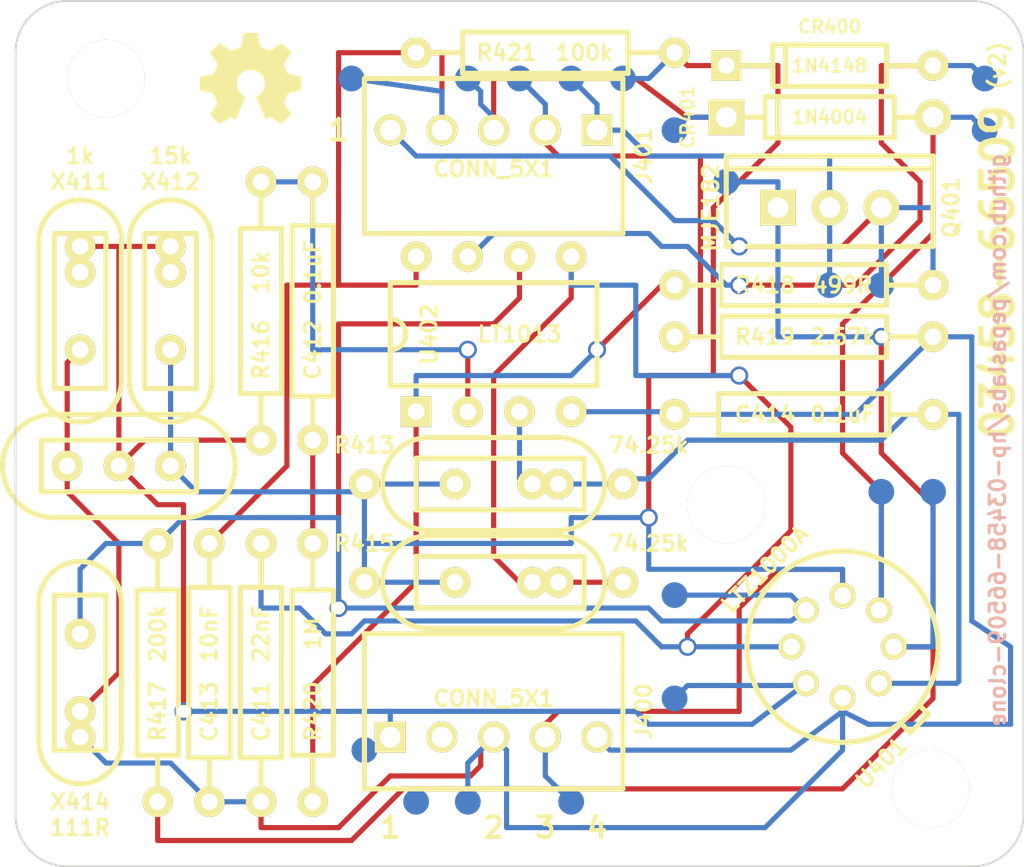
<source format=kicad_pcb>
(kicad_pcb (version 3) (host pcbnew "(22-Jun-2014 BZR 4027)-stable")

  (general
    (links 75)
    (no_connects 0)
    (area 182.498999 118.618 245.93006 161.340001)
    (thickness 1.6)
    (drawings 16)
    (tracks 318)
    (zones 0)
    (modules 46)
    (nets 18)
  )

  (page A3)
  (layers
    (15 F.Cu signal)
    (0 B.Cu signal)
    (16 B.Adhes user)
    (17 F.Adhes user)
    (18 B.Paste user)
    (19 F.Paste user)
    (20 B.SilkS user hide)
    (21 F.SilkS user hide)
    (22 B.Mask user)
    (23 F.Mask user)
    (24 Dwgs.User user)
    (25 Cmts.User user)
    (26 Eco1.User user)
    (27 Eco2.User user)
    (28 Edge.Cuts user)
  )

  (setup
    (last_trace_width 0.254)
    (trace_clearance 0.254)
    (zone_clearance 0.508)
    (zone_45_only no)
    (trace_min 0.254)
    (segment_width 0.2)
    (edge_width 0.1)
    (via_size 0.889)
    (via_drill 0.635)
    (via_min_size 0.889)
    (via_min_drill 0.508)
    (uvia_size 0.508)
    (uvia_drill 0.127)
    (uvias_allowed no)
    (uvia_min_size 0.508)
    (uvia_min_drill 0.127)
    (pcb_text_width 0.3)
    (pcb_text_size 1.5 1.5)
    (mod_edge_width 0.254)
    (mod_text_size 1 1)
    (mod_text_width 0.15)
    (pad_size 1.27 1.27)
    (pad_drill 0)
    (pad_to_mask_clearance 0)
    (aux_axis_origin 0 0)
    (visible_elements FFFFFFAF)
    (pcbplotparams
      (layerselection 284196865)
      (usegerberextensions true)
      (excludeedgelayer true)
      (linewidth 0.150000)
      (plotframeref false)
      (viasonmask false)
      (mode 1)
      (useauxorigin false)
      (hpglpennumber 1)
      (hpglpenspeed 20)
      (hpglpendiameter 15)
      (hpglpenoverlay 2)
      (psnegative false)
      (psa4output false)
      (plotreference true)
      (plotvalue true)
      (plotothertext true)
      (plotinvisibletext false)
      (padsonsilk false)
      (subtractmaskfromsilk false)
      (outputformat 1)
      (mirror false)
      (drillshape 0)
      (scaleselection 1)
      (outputdirectory gerbers))
  )

  (net 0 "")
  (net 1 +18)
  (net 2 +18H)
  (net 3 +7)
  (net 4 -15)
  (net 5 "H GND")
  (net 6 "J400 (1)")
  (net 7 "J400 (2)")
  (net 8 "J401 (1)")
  (net 9 N-000001)
  (net 10 N-0000010)
  (net 11 N-0000011)
  (net 12 N-0000012)
  (net 13 N-000002)
  (net 14 N-000003)
  (net 15 N-000007)
  (net 16 N-000008)
  (net 17 N-000009)

  (net_class Default "This is the default net class."
    (clearance 0.254)
    (trace_width 0.254)
    (via_dia 0.889)
    (via_drill 0.635)
    (uvia_dia 0.508)
    (uvia_drill 0.127)
    (add_net "")
    (add_net +18)
    (add_net +18H)
    (add_net +7)
    (add_net -15)
    (add_net "H GND")
    (add_net "J400 (1)")
    (add_net "J400 (2)")
    (add_net "J401 (1)")
    (add_net N-000001)
    (add_net N-0000010)
    (add_net N-0000011)
    (add_net N-0000012)
    (add_net N-000002)
    (add_net N-000003)
    (add_net N-000007)
    (add_net N-000008)
    (add_net N-000009)
  )

  (module TO-99_PL (layer F.Cu) (tedit 5A374A4F) (tstamp 5A35EBA3)
    (at 224.155 150.495 225)
    (path /5A35C56D)
    (fp_text reference U401 (at 2.694077 -5.388154 225) (layer F.SilkS)
      (effects (font (size 0.762 0.762) (thickness 0.1524)))
    )
    (fp_text value LTZ1000A (at 0 5.388154 225) (layer F.SilkS)
      (effects (font (size 0.762 0.762) (thickness 0.1524)))
    )
    (fp_circle (center 0 0) (end 4.699 0) (layer F.SilkS) (width 0.254))
    (fp_line (start 0.635 -5.334) (end 0.635 -4.699) (layer F.SilkS) (width 0.254))
    (fp_line (start -0.635 -5.334) (end -0.635 -4.699) (layer F.SilkS) (width 0.254))
    (fp_line (start -0.635 -5.334) (end 0.635 -5.334) (layer F.SilkS) (width 0.254))
    (pad 4 thru_hole circle (at 0 2.54 225) (size 1.27 1.27) (drill 0.8128)
      (layers *.Cu *.Mask F.SilkS)
      (net 15 N-000007)
    )
    (pad 2 thru_hole circle (at -2.54 0 225) (size 1.27 1.27) (drill 0.8128)
      (layers *.Cu *.Mask F.SilkS)
      (net 13 N-000002)
    )
    (pad 1 thru_hole circle (at -1.778 -1.778 225) (size 1.27 1.27) (drill 0.8128)
      (layers *.Cu *.Mask F.SilkS)
      (net 9 N-000001)
    )
    (pad 3 thru_hole circle (at -1.778 1.778 225) (size 1.27 1.27) (drill 0.8128)
      (layers *.Cu *.Mask F.SilkS)
      (net 3 +7)
    )
    (pad 8 thru_hole circle (at 0 -2.54 225) (size 1.27 1.27) (drill 0.8128)
      (layers *.Cu *.Mask F.SilkS)
      (net 14 N-000003)
    )
    (pad 7 thru_hole circle (at 1.778 -1.778 225) (size 1.27 1.27) (drill 0.8128)
      (layers *.Cu *.Mask F.SilkS)
      (net 7 "J400 (2)")
    )
    (pad 6 thru_hole circle (at 2.54 0 225) (size 1.27 1.27) (drill 0.8128)
      (layers *.Cu *.Mask F.SilkS)
      (net 6 "J400 (1)")
    )
    (pad 5 thru_hole circle (at 1.778 1.778 225) (size 1.27 1.27) (drill 0.8128)
      (layers *.Cu *.Mask F.SilkS)
      (net 16 N-000008)
    )
  )

  (module TO-220_V_069A (layer F.Cu) (tedit 5A362678) (tstamp 5A35DD16)
    (at 220.98 128.905)
    (descr "TO-220, vertical, 0.04\" holes, 0.069\" pads")
    (tags "TR TO220")
    (path /5A35C88D)
    (fp_text reference Q401 (at 8.509 0 90) (layer F.SilkS)
      (effects (font (size 0.762 0.762) (thickness 0.1524)))
    )
    (fp_text value MJE182 (at -3.302 0 90) (layer F.SilkS)
      (effects (font (size 0.762 0.762) (thickness 0.1524)))
    )
    (fp_line (start -2.54 -1.905) (end -2.54 -2.54) (layer F.SilkS) (width 0.254))
    (fp_line (start -2.54 -2.54) (end 7.62 -2.54) (layer F.SilkS) (width 0.254))
    (fp_line (start 7.62 -2.54) (end 7.62 -1.905) (layer F.SilkS) (width 0.254))
    (fp_line (start -2.54 1.905) (end -2.54 -1.905) (layer F.SilkS) (width 0.254))
    (fp_line (start -2.54 -1.905) (end 7.62 -1.905) (layer F.SilkS) (width 0.254))
    (fp_line (start 7.62 -1.905) (end 7.62 1.905) (layer F.SilkS) (width 0.254))
    (fp_line (start 7.62 1.905) (end -2.54 1.905) (layer F.SilkS) (width 0.254))
    (pad 1 thru_hole rect (at 0 0 90) (size 1.7526 1.7526) (drill 1.016)
      (layers *.Cu *.Mask F.SilkS)
      (net 9 N-000001)
    )
    (pad 2 thru_hole oval (at 2.54 0 90) (size 1.7526 1.7526) (drill 1.016)
      (layers *.Cu *.Mask F.SilkS)
      (net 2 +18H)
    )
    (pad 3 thru_hole oval (at 5.08 0 90) (size 1.7526 1.7526) (drill 1.016)
      (layers *.Cu *.Mask F.SilkS)
      (net 8 "J401 (1)")
    )
  )

  (module R_BOX_PL (layer F.Cu) (tedit 5A36EB97) (tstamp 5A35DD27)
    (at 191.135 132.08 270)
    (path /5A35C95E)
    (fp_text reference X411 (at -4.445 4.445 360) (layer F.SilkS)
      (effects (font (size 0.762 0.762) (thickness 0.1524)))
    )
    (fp_text value 15k (at -5.715 0 360) (layer F.SilkS)
      (effects (font (size 0.762 0.762) (thickness 0.1524)))
    )
    (fp_line (start 5.334 2.032) (end -1.524 2.032) (layer F.SilkS) (width 0.254))
    (fp_line (start -1.524 -2.032) (end 5.334 -2.032) (layer F.SilkS) (width 0.254))
    (fp_arc (start -1.524 0) (end -3.556 0) (angle 90) (layer F.SilkS) (width 0.254))
    (fp_arc (start -1.524 0) (end -1.524 2.032) (angle 90) (layer F.SilkS) (width 0.254))
    (fp_arc (start 5.334 0) (end 5.334 -2.032) (angle 90) (layer F.SilkS) (width 0.254))
    (fp_arc (start 5.334 0) (end 7.366 0) (angle 90) (layer F.SilkS) (width 0.254))
    (fp_line (start -1.905 -1.27) (end 5.715 -1.27) (layer F.SilkS) (width 0.254))
    (fp_line (start 5.715 -1.27) (end 5.715 1.27) (layer F.SilkS) (width 0.254))
    (fp_line (start 5.715 1.27) (end -1.905 1.27) (layer F.SilkS) (width 0.254))
    (fp_line (start -1.905 1.27) (end -1.905 -1.27) (layer F.SilkS) (width 0.254))
    (pad 1 thru_hole circle (at -1.27 0 270) (size 1.4986 1.4986) (drill 0.8128)
      (layers *.Cu *.Mask F.SilkS)
      (net 6 "J400 (1)")
    )
    (pad 2 thru_hole circle (at 3.81 0 270) (size 1.4986 1.4986) (drill 0.8128)
      (layers *.Cu *.Mask F.SilkS)
      (net 3 +7)
    )
    (pad 1 thru_hole circle (at 0 0 270) (size 1.4986 1.4986) (drill 0.8128)
      (layers *.Cu *.Mask F.SilkS)
      (net 6 "J400 (1)")
    )
  )

  (module R_BOX_PL (layer F.Cu) (tedit 5A36EB93) (tstamp 5A35DD38)
    (at 186.69 132.08 270)
    (path /5A35C975)
    (fp_text reference X412 (at -4.445 -4.445 360) (layer F.SilkS)
      (effects (font (size 0.762 0.762) (thickness 0.1524)))
    )
    (fp_text value 1k (at -5.715 0 360) (layer F.SilkS)
      (effects (font (size 0.762 0.762) (thickness 0.1524)))
    )
    (fp_line (start 5.334 2.032) (end -1.524 2.032) (layer F.SilkS) (width 0.254))
    (fp_line (start -1.524 -2.032) (end 5.334 -2.032) (layer F.SilkS) (width 0.254))
    (fp_arc (start -1.524 0) (end -3.556 0) (angle 90) (layer F.SilkS) (width 0.254))
    (fp_arc (start -1.524 0) (end -1.524 2.032) (angle 90) (layer F.SilkS) (width 0.254))
    (fp_arc (start 5.334 0) (end 5.334 -2.032) (angle 90) (layer F.SilkS) (width 0.254))
    (fp_arc (start 5.334 0) (end 7.366 0) (angle 90) (layer F.SilkS) (width 0.254))
    (fp_line (start -1.905 -1.27) (end 5.715 -1.27) (layer F.SilkS) (width 0.254))
    (fp_line (start 5.715 -1.27) (end 5.715 1.27) (layer F.SilkS) (width 0.254))
    (fp_line (start 5.715 1.27) (end -1.905 1.27) (layer F.SilkS) (width 0.254))
    (fp_line (start -1.905 1.27) (end -1.905 -1.27) (layer F.SilkS) (width 0.254))
    (pad 1 thru_hole circle (at -1.27 0 270) (size 1.4986 1.4986) (drill 0.8128)
      (layers *.Cu *.Mask F.SilkS)
      (net 6 "J400 (1)")
    )
    (pad 2 thru_hole circle (at 3.81 0 270) (size 1.4986 1.4986) (drill 0.8128)
      (layers *.Cu *.Mask F.SilkS)
      (net 7 "J400 (2)")
    )
    (pad 1 thru_hole circle (at 0 0 270) (size 1.4986 1.4986) (drill 0.8128)
      (layers *.Cu *.Mask F.SilkS)
      (net 6 "J400 (1)")
    )
  )

  (module R_BOX_PL (layer F.Cu) (tedit 5A36DC1C) (tstamp 5A35DD49)
    (at 186.69 153.67 90)
    (path /5A35C9AF)
    (fp_text reference X414 (at -4.445 0 180) (layer F.SilkS)
      (effects (font (size 0.762 0.762) (thickness 0.1524)))
    )
    (fp_text value 111R (at -5.715 0 180) (layer F.SilkS)
      (effects (font (size 0.762 0.762) (thickness 0.1524)))
    )
    (fp_line (start 5.334 2.032) (end -1.524 2.032) (layer F.SilkS) (width 0.254))
    (fp_line (start -1.524 -2.032) (end 5.334 -2.032) (layer F.SilkS) (width 0.254))
    (fp_arc (start -1.524 0) (end -3.556 0) (angle 90) (layer F.SilkS) (width 0.254))
    (fp_arc (start -1.524 0) (end -1.524 2.032) (angle 90) (layer F.SilkS) (width 0.254))
    (fp_arc (start 5.334 0) (end 5.334 -2.032) (angle 90) (layer F.SilkS) (width 0.254))
    (fp_arc (start 5.334 0) (end 7.366 0) (angle 90) (layer F.SilkS) (width 0.254))
    (fp_line (start -1.905 -1.27) (end 5.715 -1.27) (layer F.SilkS) (width 0.254))
    (fp_line (start 5.715 -1.27) (end 5.715 1.27) (layer F.SilkS) (width 0.254))
    (fp_line (start 5.715 1.27) (end -1.905 1.27) (layer F.SilkS) (width 0.254))
    (fp_line (start -1.905 1.27) (end -1.905 -1.27) (layer F.SilkS) (width 0.254))
    (pad 1 thru_hole circle (at -1.27 0 90) (size 1.4986 1.4986) (drill 0.8128)
      (layers *.Cu *.Mask F.SilkS)
      (net 7 "J400 (2)")
    )
    (pad 2 thru_hole circle (at 3.81 0 90) (size 1.4986 1.4986) (drill 0.8128)
      (layers *.Cu *.Mask F.SilkS)
      (net 15 N-000007)
    )
    (pad 1 thru_hole circle (at 0 0 90) (size 1.4986 1.4986) (drill 0.8128)
      (layers *.Cu *.Mask F.SilkS)
      (net 7 "J400 (2)")
    )
  )

  (module DIP8_059A_PL (layer F.Cu) (tedit 53A23991) (tstamp 5A35DE00)
    (at 203.2 138.938)
    (descr "8-lead DIP package")
    (tags DIP)
    (path /5A35CD88)
    (fp_text reference U402 (at 0.635 -3.81 90) (layer F.SilkS)
      (effects (font (size 0.762 0.762) (thickness 0.1524)))
    )
    (fp_text value LT1013 (at 5.08 -3.81) (layer F.SilkS)
      (effects (font (size 0.762 0.762) (thickness 0.1524)))
    )
    (fp_arc (start -1.27 -3.81) (end -1.27 -4.572) (angle 90) (layer F.SilkS) (width 0.254))
    (fp_arc (start -1.27 -3.81) (end -0.508 -3.81) (angle 90) (layer F.SilkS) (width 0.254))
    (fp_line (start -1.27 -6.35) (end 8.89 -6.35) (layer F.SilkS) (width 0.254))
    (fp_line (start 8.89 -6.35) (end 8.89 -1.27) (layer F.SilkS) (width 0.254))
    (fp_line (start 8.89 -1.27) (end -1.27 -1.27) (layer F.SilkS) (width 0.254))
    (fp_line (start -1.27 -1.27) (end -1.27 -6.35) (layer F.SilkS) (width 0.254))
    (pad 1 thru_hole rect (at 0 0) (size 1.4986 1.4986) (drill 0.8128)
      (layers *.Cu *.Mask F.SilkS)
      (net 10 N-0000010)
    )
    (pad 2 thru_hole oval (at 2.54 0) (size 1.4986 1.4986) (drill 0.8128)
      (layers *.Cu *.Mask F.SilkS)
      (net 11 N-0000011)
    )
    (pad 3 thru_hole oval (at 5.08 0) (size 1.4986 1.4986) (drill 0.8128)
      (layers *.Cu *.Mask F.SilkS)
      (net 14 N-000003)
    )
    (pad 4 thru_hole oval (at 7.62 0) (size 1.4986 1.4986) (drill 0.8128)
      (layers *.Cu *.Mask F.SilkS)
      (net 7 "J400 (2)")
    )
    (pad 5 thru_hole oval (at 7.62 -7.62) (size 1.4986 1.4986) (drill 0.8128)
      (layers *.Cu *.Mask F.SilkS)
      (net 16 N-000008)
    )
    (pad 6 thru_hole oval (at 5.08 -7.62) (size 1.4986 1.4986) (drill 0.8128)
      (layers *.Cu *.Mask F.SilkS)
      (net 15 N-000007)
    )
    (pad 8 thru_hole oval (at 0 -7.62) (size 1.4986 1.4986) (drill 0.8128)
      (layers *.Cu *.Mask F.SilkS)
      (net 1 +18)
    )
    (pad 7 thru_hole oval (at 2.54 -7.62) (size 1.4986 1.4986) (drill 0.8128)
      (layers *.Cu *.Mask F.SilkS)
      (net 17 N-000009)
    )
    (model dil/dil_8.wrl
      (at (xyz 0 0 0))
      (scale (xyz 1 1 1))
      (rotate (xyz 0 0 0))
    )
  )

  (module 4455-N2-5_no_pin_2 (layer F.Cu) (tedit 5A362855) (tstamp 5A35DFE8)
    (at 207.01 154.94)
    (descr "Molex KK 254 series (formerly KK 4455 series) bottom-entry connector")
    (tags CONN)
    (path /5A360D66)
    (fp_text reference J400 (at 7.366 -1.27 90) (layer F.SilkS)
      (effects (font (size 0.762 0.762) (thickness 0.1524)))
    )
    (fp_text value CONN_5X1 (at 0 -1.905) (layer F.SilkS)
      (effects (font (size 0.762 0.762) (thickness 0.1524)))
    )
    (fp_line (start -6.35 -5.08) (end 6.35 -5.08) (layer F.SilkS) (width 0.254))
    (fp_line (start 6.35 -5.08) (end 6.35 2.54) (layer F.SilkS) (width 0.254))
    (fp_line (start 6.35 2.54) (end -6.35 2.54) (layer F.SilkS) (width 0.254))
    (fp_line (start -6.35 2.54) (end -6.35 -5.08) (layer F.SilkS) (width 0.254))
    (pad 1 thru_hole rect (at -5.08 0) (size 1.524 1.524) (drill 1.016)
      (layers *.Cu *.Mask F.SilkS)
      (net 6 "J400 (1)")
    )
    (pad 2 thru_hole circle (at -2.54 0) (size 1.524 1.524) (drill 1.016)
      (layers *.Cu *.Mask F.SilkS)
    )
    (pad 3 thru_hole circle (at 0 0) (size 1.524 1.524) (drill 1.016)
      (layers *.Cu *.Mask F.SilkS)
      (net 7 "J400 (2)")
    )
    (pad 4 thru_hole circle (at 2.54 0) (size 1.524 1.524) (drill 1.016)
      (layers *.Cu *.Mask F.SilkS)
      (net 3 +7)
    )
    (pad 5 thru_hole circle (at 5.08 0) (size 1.524 1.524) (drill 1.016)
      (layers *.Cu *.Mask F.SilkS)
      (net 7 "J400 (2)")
    )
    (pad "" np_thru_hole circle (at -5.08 -3.81) (size 1.7526 1.7526) (drill 1.7526)
      (layers *.Cu *.Mask F.SilkS)
    )
    (pad "" np_thru_hole circle (at 0 -3.81) (size 1.7526 1.7526) (drill 1.7526)
      (layers *.Cu *.Mask F.SilkS)
    )
    (pad "" np_thru_hole circle (at 2.54 -3.81) (size 1.7526 1.7526) (drill 1.7526)
      (layers *.Cu *.Mask F.SilkS)
    )
    (pad "" np_thru_hole circle (at 5.08 -3.81) (size 1.7526 1.7526) (drill 1.7526)
      (layers *.Cu *.Mask F.SilkS)
    )
    (model pin_array/pins_array_5x1.wrl
      (at (xyz 0 0 0))
      (scale (xyz 1 1 1))
      (rotate (xyz 0 0 0))
    )
  )

  (module 4455-N2-5 (layer F.Cu) (tedit 5A362841) (tstamp 5A35DFFA)
    (at 207.01 125.095 180)
    (descr "Molex KK 254 series (formerly KK 4455 series) bottom-entry connector")
    (tags CONN)
    (path /5A35C819)
    (fp_text reference J401 (at -7.366 -1.27 270) (layer F.SilkS)
      (effects (font (size 0.762 0.762) (thickness 0.1524)))
    )
    (fp_text value CONN_5X1 (at 0 -1.905 180) (layer F.SilkS)
      (effects (font (size 0.762 0.762) (thickness 0.1524)))
    )
    (fp_line (start -6.35 -5.08) (end 6.35 -5.08) (layer F.SilkS) (width 0.254))
    (fp_line (start 6.35 -5.08) (end 6.35 2.54) (layer F.SilkS) (width 0.254))
    (fp_line (start 6.35 2.54) (end -6.35 2.54) (layer F.SilkS) (width 0.254))
    (fp_line (start -6.35 2.54) (end -6.35 -5.08) (layer F.SilkS) (width 0.254))
    (pad 1 thru_hole rect (at -5.08 0 180) (size 1.524 1.524) (drill 1.016)
      (layers *.Cu *.Mask F.SilkS)
      (net 2 +18H)
    )
    (pad 2 thru_hole circle (at -2.54 0 180) (size 1.524 1.524) (drill 1.016)
      (layers *.Cu *.Mask F.SilkS)
      (net 4 -15)
    )
    (pad 3 thru_hole circle (at 0 0 180) (size 1.524 1.524) (drill 1.016)
      (layers *.Cu *.Mask F.SilkS)
      (net 5 "H GND")
    )
    (pad 4 thru_hole circle (at 2.54 0 180) (size 1.524 1.524) (drill 1.016)
      (layers *.Cu *.Mask F.SilkS)
      (net 1 +18)
    )
    (pad 5 thru_hole circle (at 5.08 0 180) (size 1.524 1.524) (drill 1.016)
      (layers *.Cu *.Mask F.SilkS)
      (net 8 "J401 (1)")
    )
    (pad "" np_thru_hole circle (at -5.08 -3.81 180) (size 1.7526 1.7526) (drill 1.7526)
      (layers *.Cu *.Mask F.SilkS)
    )
    (pad "" np_thru_hole circle (at -2.54 -3.81 180) (size 1.7526 1.7526) (drill 1.7526)
      (layers *.Cu *.Mask F.SilkS)
    )
    (pad "" np_thru_hole circle (at 0 -3.81 180) (size 1.7526 1.7526) (drill 1.7526)
      (layers *.Cu *.Mask F.SilkS)
    )
    (pad "" np_thru_hole circle (at 2.54 -3.81 180) (size 1.7526 1.7526) (drill 1.7526)
      (layers *.Cu *.Mask F.SilkS)
    )
    (pad "" np_thru_hole circle (at 5.08 -3.81 180) (size 1.7526 1.7526) (drill 1.7526)
      (layers *.Cu *.Mask F.SilkS)
    )
    (model pin_array/pins_array_5x1.wrl
      (at (xyz 0 0 0))
      (scale (xyz 1 1 1))
      (rotate (xyz 0 0 0))
    )
  )

  (module DIODE_SS_059A_04_PL (layer F.Cu) (tedit 5A3628F3) (tstamp 5A35FDBD)
    (at 223.52 121.92 180)
    (descr "Small-signal diode, 0.4\"")
    (tags "DIODE DEV")
    (path /5A35C6DD)
    (fp_text reference CR400 (at 0 1.905 180) (layer F.SilkS)
      (effects (font (size 0.635 0.635) (thickness 0.127)))
    )
    (fp_text value 1N4148 (at 0 0 180) (layer F.SilkS)
      (effects (font (size 0.635 0.635) (thickness 0.127)))
    )
    (fp_line (start 3.81 0) (end 5.08 0) (layer F.SilkS) (width 0.254))
    (fp_line (start -3.81 0) (end -5.08 0) (layer F.SilkS) (width 0.254))
    (fp_line (start -2.794 0) (end -3.81 0) (layer F.SilkS) (width 0.254))
    (fp_line (start 2.794 0) (end 3.81 0) (layer F.SilkS) (width 0.254))
    (fp_line (start -2.794 1.016) (end 2.794 1.016) (layer F.SilkS) (width 0.254))
    (fp_line (start 2.794 -1.016) (end -2.794 -1.016) (layer F.SilkS) (width 0.254))
    (fp_line (start 2.159 -1.016) (end 2.159 1.016) (layer F.SilkS) (width 0.254))
    (fp_line (start 2.794 0) (end 2.794 -1.016) (layer F.SilkS) (width 0.254))
    (fp_line (start -2.794 -1.016) (end -2.794 0) (layer F.SilkS) (width 0.254))
    (fp_line (start -2.794 0) (end -2.794 1.016) (layer F.SilkS) (width 0.254))
    (fp_line (start 2.794 1.016) (end 2.794 0) (layer F.SilkS) (width 0.254))
    (pad 2 thru_hole rect (at 5.08 0 180) (size 1.4986 1.4986) (drill 0.8128)
      (layers *.Cu *.Mask F.SilkS)
      (net 3 +7)
    )
    (pad 1 thru_hole oval (at -5.08 0 180) (size 1.4986 1.4986) (drill 0.8128)
      (layers *.Cu *.Mask F.SilkS)
      (net 17 N-000009)
    )
    (model discret/diode.wrl
      (at (xyz 0 0 0))
      (scale (xyz 0.3 0.3 0.3))
      (rotate (xyz 0 0 0))
    )
  )

  (module DIODE_1A_069A_04_PL (layer F.Cu) (tedit 5A3628FE) (tstamp 5A35FDDC)
    (at 223.52 124.46 180)
    (descr "1 Amp diode, 0.4\"")
    (tags "DIODE DEV")
    (path /5A35C6EA)
    (fp_text reference CR401 (at 6.985 0 270) (layer F.SilkS)
      (effects (font (size 0.635 0.635) (thickness 0.127)))
    )
    (fp_text value 1N4004 (at 0 0 180) (layer F.SilkS)
      (effects (font (size 0.635 0.635) (thickness 0.127)))
    )
    (fp_line (start -5.08 0) (end -3.175 0) (layer F.SilkS) (width 0.254))
    (fp_line (start 3.175 0) (end 5.08 0) (layer F.SilkS) (width 0.254))
    (fp_line (start 2.54 -1.016) (end 2.54 1.016) (layer F.SilkS) (width 0.254))
    (fp_line (start -3.175 1.016) (end 3.175 1.016) (layer F.SilkS) (width 0.254))
    (fp_line (start -3.175 -1.016) (end -3.175 1.016) (layer F.SilkS) (width 0.254))
    (fp_line (start 3.175 -1.016) (end 3.175 1.016) (layer F.SilkS) (width 0.254))
    (fp_line (start -3.175 -1.016) (end 3.175 -1.016) (layer F.SilkS) (width 0.254))
    (pad 2 thru_hole rect (at 5.08 0 180) (size 1.7526 1.7526) (drill 1.016)
      (layers *.Cu *.Mask F.SilkS)
      (net 5 "H GND")
    )
    (pad 1 thru_hole oval (at -5.08 0 180) (size 1.7526 1.7526) (drill 1.016)
      (layers *.Cu *.Mask F.SilkS)
      (net 13 N-000002)
    )
    (model discret/diode.wrl
      (at (xyz 0 0 0))
      (scale (xyz 0.3 0.3 0.3))
      (rotate (xyz 0 0 0))
    )
  )

  (module R_AXIAL_0W25_059A_05_PL (layer F.Cu) (tedit 5A34E1D6) (tstamp 5A35FE07)
    (at 215.9 132.715)
    (descr "Resistor Axial 1/4W 0.5\"")
    (tags R)
    (path /5A35CD28)
    (autoplace_cost180 10)
    (fp_text reference R418 (at 4.445 0) (layer F.SilkS)
      (effects (font (size 0.762 0.762) (thickness 0.1524)))
    )
    (fp_text value 499R (at 8.255 0) (layer F.SilkS)
      (effects (font (size 0.762 0.762) (thickness 0.1524)))
    )
    (fp_line (start 1.27 0) (end 0 0) (layer F.SilkS) (width 0.254))
    (fp_line (start 11.43 0) (end 12.7 0) (layer F.SilkS) (width 0.254))
    (fp_line (start 1.27 0) (end 2.286 0) (layer F.SilkS) (width 0.254))
    (fp_line (start 2.286 0) (end 2.286 -1.016) (layer F.SilkS) (width 0.254))
    (fp_line (start 2.286 -1.016) (end 10.414 -1.016) (layer F.SilkS) (width 0.254))
    (fp_line (start 10.414 -1.016) (end 10.414 1.016) (layer F.SilkS) (width 0.254))
    (fp_line (start 10.414 1.016) (end 2.286 1.016) (layer F.SilkS) (width 0.254))
    (fp_line (start 2.286 1.016) (end 2.286 0) (layer F.SilkS) (width 0.254))
    (fp_line (start 11.43 0) (end 10.414 0) (layer F.SilkS) (width 0.254))
    (pad 1 thru_hole oval (at 0 0) (size 1.4986 1.4986) (drill 0.8128)
      (layers *.Cu *.Mask F.SilkS)
      (net 10 N-0000010)
    )
    (pad 2 thru_hole oval (at 12.7 0) (size 1.4986 1.4986) (drill 0.8128)
      (layers *.Cu *.Mask F.SilkS)
      (net 8 "J401 (1)")
    )
    (model discret/resistor.wrl
      (at (xyz 0 0 0))
      (scale (xyz 0.4 0.4 0.4))
      (rotate (xyz 0 0 0))
    )
  )

  (module R_AXIAL_0W25_059A_05_PL (layer F.Cu) (tedit 5A34E1D6) (tstamp 5A35FE26)
    (at 215.9 135.255)
    (descr "Resistor Axial 1/4W 0.5\"")
    (tags R)
    (path /5A35CD2E)
    (autoplace_cost180 10)
    (fp_text reference R419 (at 4.445 0) (layer F.SilkS)
      (effects (font (size 0.762 0.762) (thickness 0.1524)))
    )
    (fp_text value 2.67k (at 8.255 0) (layer F.SilkS)
      (effects (font (size 0.762 0.762) (thickness 0.1524)))
    )
    (fp_line (start 1.27 0) (end 0 0) (layer F.SilkS) (width 0.254))
    (fp_line (start 11.43 0) (end 12.7 0) (layer F.SilkS) (width 0.254))
    (fp_line (start 1.27 0) (end 2.286 0) (layer F.SilkS) (width 0.254))
    (fp_line (start 2.286 0) (end 2.286 -1.016) (layer F.SilkS) (width 0.254))
    (fp_line (start 2.286 -1.016) (end 10.414 -1.016) (layer F.SilkS) (width 0.254))
    (fp_line (start 10.414 -1.016) (end 10.414 1.016) (layer F.SilkS) (width 0.254))
    (fp_line (start 10.414 1.016) (end 2.286 1.016) (layer F.SilkS) (width 0.254))
    (fp_line (start 2.286 1.016) (end 2.286 0) (layer F.SilkS) (width 0.254))
    (fp_line (start 11.43 0) (end 10.414 0) (layer F.SilkS) (width 0.254))
    (pad 1 thru_hole oval (at 0 0) (size 1.4986 1.4986) (drill 0.8128)
      (layers *.Cu *.Mask F.SilkS)
      (net 4 -15)
    )
    (pad 2 thru_hole oval (at 12.7 0) (size 1.4986 1.4986) (drill 0.8128)
      (layers *.Cu *.Mask F.SilkS)
      (net 7 "J400 (2)")
    )
    (model discret/resistor.wrl
      (at (xyz 0 0 0))
      (scale (xyz 0.4 0.4 0.4))
      (rotate (xyz 0 0 0))
    )
  )

  (module CAP_AXIAL_059A_05_PL (layer F.Cu) (tedit 5A362691) (tstamp 5A35FE42)
    (at 222.25 139.065 180)
    (descr "Capacitor, 0.5\" pin spacing")
    (tags C)
    (path /5A35C5FF)
    (fp_text reference C414 (at 1.905 0 180) (layer F.SilkS)
      (effects (font (size 0.762 0.762) (thickness 0.1524)))
    )
    (fp_text value 0.1uF (at -1.905 0 180) (layer F.SilkS)
      (effects (font (size 0.762 0.762) (thickness 0.1524)))
    )
    (fp_line (start 6.35 0) (end 4.191 0) (layer F.SilkS) (width 0.254))
    (fp_line (start -4.191 0) (end -6.35 0) (layer F.SilkS) (width 0.254))
    (fp_line (start -4.191 -1.016) (end 4.191 -1.016) (layer F.SilkS) (width 0.254))
    (fp_line (start 4.191 -1.016) (end 4.191 1.016) (layer F.SilkS) (width 0.254))
    (fp_line (start 4.191 1.016) (end -4.191 1.016) (layer F.SilkS) (width 0.254))
    (fp_line (start -4.191 1.016) (end -4.191 -1.016) (layer F.SilkS) (width 0.254))
    (pad 1 thru_hole circle (at -6.35 0 180) (size 1.4986 1.4986) (drill 0.8128)
      (layers *.Cu *.Mask F.SilkS)
      (net 14 N-000003)
    )
    (pad 2 thru_hole circle (at 6.35 0 180) (size 1.4986 1.4986) (drill 0.8128)
      (layers *.Cu *.Mask F.SilkS)
      (net 7 "J400 (2)")
    )
    (model discret/capa_2pas_5x5mm.wrl
      (at (xyz 0 0 0))
      (scale (xyz 1 1 1))
      (rotate (xyz 0 0 0))
    )
  )

  (module R_AXIAL_0W25_059A_05_PL (layer F.Cu) (tedit 5A362565) (tstamp 5A35FEF2)
    (at 215.9 121.285 180)
    (descr "Resistor Axial 1/4W 0.5\"")
    (tags R)
    (path /5A35CD3A)
    (autoplace_cost180 10)
    (fp_text reference R421 (at 8.255 0 180) (layer F.SilkS)
      (effects (font (size 0.762 0.762) (thickness 0.1524)))
    )
    (fp_text value 100k (at 4.445 0 180) (layer F.SilkS)
      (effects (font (size 0.762 0.762) (thickness 0.1524)))
    )
    (fp_line (start 1.27 0) (end 0 0) (layer F.SilkS) (width 0.254))
    (fp_line (start 11.43 0) (end 12.7 0) (layer F.SilkS) (width 0.254))
    (fp_line (start 1.27 0) (end 2.286 0) (layer F.SilkS) (width 0.254))
    (fp_line (start 2.286 0) (end 2.286 -1.016) (layer F.SilkS) (width 0.254))
    (fp_line (start 2.286 -1.016) (end 10.414 -1.016) (layer F.SilkS) (width 0.254))
    (fp_line (start 10.414 -1.016) (end 10.414 1.016) (layer F.SilkS) (width 0.254))
    (fp_line (start 10.414 1.016) (end 2.286 1.016) (layer F.SilkS) (width 0.254))
    (fp_line (start 2.286 1.016) (end 2.286 0) (layer F.SilkS) (width 0.254))
    (fp_line (start 11.43 0) (end 10.414 0) (layer F.SilkS) (width 0.254))
    (pad 1 thru_hole oval (at 0 0 180) (size 1.4986 1.4986) (drill 0.8128)
      (layers *.Cu *.Mask F.SilkS)
      (net 3 +7)
    )
    (pad 2 thru_hole oval (at 12.7 0 180) (size 1.4986 1.4986) (drill 0.8128)
      (layers *.Cu *.Mask F.SilkS)
      (net 1 +18)
    )
    (model discret/resistor.wrl
      (at (xyz 0 0 0))
      (scale (xyz 0.4 0.4 0.4))
      (rotate (xyz 0 0 0))
    )
  )

  (module CAP_AXIAL_059A_05_PL (layer F.Cu) (tedit 5A362557) (tstamp 5A35FF1D)
    (at 198.12 133.985 270)
    (descr "Capacitor, 0.5\" pin spacing")
    (tags C)
    (path /5A35C5B4)
    (fp_text reference C412 (at 1.905 0 270) (layer F.SilkS)
      (effects (font (size 0.762 0.762) (thickness 0.1524)))
    )
    (fp_text value 0.1uF (at -1.905 0 270) (layer F.SilkS)
      (effects (font (size 0.762 0.762) (thickness 0.1524)))
    )
    (fp_line (start 6.35 0) (end 4.191 0) (layer F.SilkS) (width 0.254))
    (fp_line (start -4.191 0) (end -6.35 0) (layer F.SilkS) (width 0.254))
    (fp_line (start -4.191 -1.016) (end 4.191 -1.016) (layer F.SilkS) (width 0.254))
    (fp_line (start 4.191 -1.016) (end 4.191 1.016) (layer F.SilkS) (width 0.254))
    (fp_line (start 4.191 1.016) (end -4.191 1.016) (layer F.SilkS) (width 0.254))
    (fp_line (start -4.191 1.016) (end -4.191 -1.016) (layer F.SilkS) (width 0.254))
    (pad 1 thru_hole circle (at -6.35 0 270) (size 1.4986 1.4986) (drill 0.8128)
      (layers *.Cu *.Mask F.SilkS)
      (net 11 N-0000011)
    )
    (pad 2 thru_hole circle (at 6.35 0 270) (size 1.4986 1.4986) (drill 0.8128)
      (layers *.Cu *.Mask F.SilkS)
      (net 12 N-0000012)
    )
    (model discret/capa_2pas_5x5mm.wrl
      (at (xyz 0 0 0))
      (scale (xyz 1 1 1))
      (rotate (xyz 0 0 0))
    )
  )

  (module R_AXIAL_0W25_059A_05_PL (layer F.Cu) (tedit 5A34E1D6) (tstamp 5A35FF47)
    (at 195.58 140.335 90)
    (descr "Resistor Axial 1/4W 0.5\"")
    (tags R)
    (path /5A35CD0B)
    (autoplace_cost180 10)
    (fp_text reference R416 (at 4.445 0 90) (layer F.SilkS)
      (effects (font (size 0.762 0.762) (thickness 0.1524)))
    )
    (fp_text value 10k (at 8.255 0 90) (layer F.SilkS)
      (effects (font (size 0.762 0.762) (thickness 0.1524)))
    )
    (fp_line (start 1.27 0) (end 0 0) (layer F.SilkS) (width 0.254))
    (fp_line (start 11.43 0) (end 12.7 0) (layer F.SilkS) (width 0.254))
    (fp_line (start 1.27 0) (end 2.286 0) (layer F.SilkS) (width 0.254))
    (fp_line (start 2.286 0) (end 2.286 -1.016) (layer F.SilkS) (width 0.254))
    (fp_line (start 2.286 -1.016) (end 10.414 -1.016) (layer F.SilkS) (width 0.254))
    (fp_line (start 10.414 -1.016) (end 10.414 1.016) (layer F.SilkS) (width 0.254))
    (fp_line (start 10.414 1.016) (end 2.286 1.016) (layer F.SilkS) (width 0.254))
    (fp_line (start 2.286 1.016) (end 2.286 0) (layer F.SilkS) (width 0.254))
    (fp_line (start 11.43 0) (end 10.414 0) (layer F.SilkS) (width 0.254))
    (pad 1 thru_hole oval (at 0 0 90) (size 1.4986 1.4986) (drill 0.8128)
      (layers *.Cu *.Mask F.SilkS)
      (net 6 "J400 (1)")
    )
    (pad 2 thru_hole oval (at 12.7 0 90) (size 1.4986 1.4986) (drill 0.8128)
      (layers *.Cu *.Mask F.SilkS)
      (net 11 N-0000011)
    )
    (model discret/resistor.wrl
      (at (xyz 0 0 0))
      (scale (xyz 0.4 0.4 0.4))
      (rotate (xyz 0 0 0))
    )
  )

  (module R_AXIAL_0W25_059A_05_PL (layer F.Cu) (tedit 5A36254B) (tstamp 5A35FFA4)
    (at 198.12 145.415 270)
    (descr "Resistor Axial 1/4W 0.5\"")
    (tags R)
    (path /5A35CD34)
    (autoplace_cost180 10)
    (fp_text reference R420 (at 8.255 0 270) (layer F.SilkS)
      (effects (font (size 0.762 0.762) (thickness 0.1524)))
    )
    (fp_text value 1M (at 4.445 0 270) (layer F.SilkS)
      (effects (font (size 0.762 0.762) (thickness 0.1524)))
    )
    (fp_line (start 1.27 0) (end 0 0) (layer F.SilkS) (width 0.254))
    (fp_line (start 11.43 0) (end 12.7 0) (layer F.SilkS) (width 0.254))
    (fp_line (start 1.27 0) (end 2.286 0) (layer F.SilkS) (width 0.254))
    (fp_line (start 2.286 0) (end 2.286 -1.016) (layer F.SilkS) (width 0.254))
    (fp_line (start 2.286 -1.016) (end 10.414 -1.016) (layer F.SilkS) (width 0.254))
    (fp_line (start 10.414 -1.016) (end 10.414 1.016) (layer F.SilkS) (width 0.254))
    (fp_line (start 10.414 1.016) (end 2.286 1.016) (layer F.SilkS) (width 0.254))
    (fp_line (start 2.286 1.016) (end 2.286 0) (layer F.SilkS) (width 0.254))
    (fp_line (start 11.43 0) (end 10.414 0) (layer F.SilkS) (width 0.254))
    (pad 1 thru_hole oval (at 0 0 270) (size 1.4986 1.4986) (drill 0.8128)
      (layers *.Cu *.Mask F.SilkS)
      (net 12 N-0000012)
    )
    (pad 2 thru_hole oval (at 12.7 0 270) (size 1.4986 1.4986) (drill 0.8128)
      (layers *.Cu *.Mask F.SilkS)
      (net 10 N-0000010)
    )
    (model discret/resistor.wrl
      (at (xyz 0 0 0))
      (scale (xyz 0.4 0.4 0.4))
      (rotate (xyz 0 0 0))
    )
  )

  (module CAP_AXIAL_059A_05_PL (layer F.Cu) (tedit 5A362544) (tstamp 5A35FFC0)
    (at 195.58 151.765 270)
    (descr "Capacitor, 0.5\" pin spacing")
    (tags C)
    (path /5A35C5D4)
    (fp_text reference C411 (at 1.905 0 270) (layer F.SilkS)
      (effects (font (size 0.762 0.762) (thickness 0.1524)))
    )
    (fp_text value 22nF (at -1.905 0 270) (layer F.SilkS)
      (effects (font (size 0.762 0.762) (thickness 0.1524)))
    )
    (fp_line (start 6.35 0) (end 4.191 0) (layer F.SilkS) (width 0.254))
    (fp_line (start -4.191 0) (end -6.35 0) (layer F.SilkS) (width 0.254))
    (fp_line (start -4.191 -1.016) (end 4.191 -1.016) (layer F.SilkS) (width 0.254))
    (fp_line (start 4.191 -1.016) (end 4.191 1.016) (layer F.SilkS) (width 0.254))
    (fp_line (start 4.191 1.016) (end -4.191 1.016) (layer F.SilkS) (width 0.254))
    (fp_line (start -4.191 1.016) (end -4.191 -1.016) (layer F.SilkS) (width 0.254))
    (pad 1 thru_hole circle (at -6.35 0 270) (size 1.4986 1.4986) (drill 0.8128)
      (layers *.Cu *.Mask F.SilkS)
      (net 16 N-000008)
    )
    (pad 2 thru_hole circle (at 6.35 0 270) (size 1.4986 1.4986) (drill 0.8128)
      (layers *.Cu *.Mask F.SilkS)
      (net 7 "J400 (2)")
    )
    (model discret/capa_2pas_5x5mm.wrl
      (at (xyz 0 0 0))
      (scale (xyz 1 1 1))
      (rotate (xyz 0 0 0))
    )
  )

  (module CAP_AXIAL_059A_05_PL (layer F.Cu) (tedit 5A36253D) (tstamp 5A35FFD9)
    (at 193.04 151.765 270)
    (descr "Capacitor, 0.5\" pin spacing")
    (tags C)
    (path /5A35C5F9)
    (fp_text reference C413 (at 1.905 0 270) (layer F.SilkS)
      (effects (font (size 0.762 0.762) (thickness 0.1524)))
    )
    (fp_text value 10nF (at -1.905 0 270) (layer F.SilkS)
      (effects (font (size 0.762 0.762) (thickness 0.1524)))
    )
    (fp_line (start 6.35 0) (end 4.191 0) (layer F.SilkS) (width 0.254))
    (fp_line (start -4.191 0) (end -6.35 0) (layer F.SilkS) (width 0.254))
    (fp_line (start -4.191 -1.016) (end 4.191 -1.016) (layer F.SilkS) (width 0.254))
    (fp_line (start 4.191 -1.016) (end 4.191 1.016) (layer F.SilkS) (width 0.254))
    (fp_line (start 4.191 1.016) (end -4.191 1.016) (layer F.SilkS) (width 0.254))
    (fp_line (start -4.191 1.016) (end -4.191 -1.016) (layer F.SilkS) (width 0.254))
    (pad 1 thru_hole circle (at -6.35 0 270) (size 1.4986 1.4986) (drill 0.8128)
      (layers *.Cu *.Mask F.SilkS)
      (net 1 +18)
    )
    (pad 2 thru_hole circle (at 6.35 0 270) (size 1.4986 1.4986) (drill 0.8128)
      (layers *.Cu *.Mask F.SilkS)
      (net 7 "J400 (2)")
    )
    (model discret/capa_2pas_5x5mm.wrl
      (at (xyz 0 0 0))
      (scale (xyz 1 1 1))
      (rotate (xyz 0 0 0))
    )
  )

  (module R_AXIAL_0W25_059A_05_PL (layer F.Cu) (tedit 5A34E1D6) (tstamp 5A35FFF5)
    (at 190.5 158.115 90)
    (descr "Resistor Axial 1/4W 0.5\"")
    (tags R)
    (path /5A35CD18)
    (autoplace_cost180 10)
    (fp_text reference R417 (at 4.445 0 90) (layer F.SilkS)
      (effects (font (size 0.762 0.762) (thickness 0.1524)))
    )
    (fp_text value 200k (at 8.255 0 90) (layer F.SilkS)
      (effects (font (size 0.762 0.762) (thickness 0.1524)))
    )
    (fp_line (start 1.27 0) (end 0 0) (layer F.SilkS) (width 0.254))
    (fp_line (start 11.43 0) (end 12.7 0) (layer F.SilkS) (width 0.254))
    (fp_line (start 1.27 0) (end 2.286 0) (layer F.SilkS) (width 0.254))
    (fp_line (start 2.286 0) (end 2.286 -1.016) (layer F.SilkS) (width 0.254))
    (fp_line (start 2.286 -1.016) (end 10.414 -1.016) (layer F.SilkS) (width 0.254))
    (fp_line (start 10.414 -1.016) (end 10.414 1.016) (layer F.SilkS) (width 0.254))
    (fp_line (start 10.414 1.016) (end 2.286 1.016) (layer F.SilkS) (width 0.254))
    (fp_line (start 2.286 1.016) (end 2.286 0) (layer F.SilkS) (width 0.254))
    (fp_line (start 11.43 0) (end 10.414 0) (layer F.SilkS) (width 0.254))
    (pad 1 thru_hole oval (at 0 0 90) (size 1.4986 1.4986) (drill 0.8128)
      (layers *.Cu *.Mask F.SilkS)
      (net 9 N-000001)
    )
    (pad 2 thru_hole oval (at 12.7 0 90) (size 1.4986 1.4986) (drill 0.8128)
      (layers *.Cu *.Mask F.SilkS)
      (net 15 N-000007)
    )
    (model discret/resistor.wrl
      (at (xyz 0 0 0))
      (scale (xyz 0.4 0.4 0.4))
      (rotate (xyz 0 0 0))
    )
  )

  (module R_BOX_DIVIDER_PL (layer F.Cu) (tedit 5A3627AD) (tstamp 5A3605E5)
    (at 188.595 141.605 180)
    (path /5A3605E1)
    (fp_text reference X411412 (at -3.81 -3.175 180) (layer F.SilkS) hide
      (effects (font (size 0.635 0.635) (thickness 0.127)))
    )
    (fp_text value "15k / 1k" (at 0 -3.302 180) (layer F.SilkS) hide
      (effects (font (size 0.635 0.635) (thickness 0.127)))
    )
    (fp_line (start -3.81 -1.27) (end 3.81 -1.27) (layer F.SilkS) (width 0.254))
    (fp_line (start 3.81 -1.27) (end 3.81 1.27) (layer F.SilkS) (width 0.254))
    (fp_line (start 3.81 1.27) (end -3.81 1.27) (layer F.SilkS) (width 0.254))
    (fp_line (start -3.81 1.27) (end -3.81 -1.27) (layer F.SilkS) (width 0.254))
    (fp_line (start -3.175 2.54) (end 3.175 2.54) (layer F.SilkS) (width 0.254))
    (fp_line (start -3.175 -2.54) (end 3.175 -2.54) (layer F.SilkS) (width 0.254))
    (fp_arc (start 3.175 0) (end 5.715 0) (angle 90) (layer F.SilkS) (width 0.254))
    (fp_arc (start 3.175 0) (end 3.175 -2.54) (angle 90) (layer F.SilkS) (width 0.254))
    (fp_arc (start -3.175 0) (end -5.715 0) (angle 90) (layer F.SilkS) (width 0.254))
    (fp_arc (start -3.175 0) (end -3.175 2.54) (angle 90) (layer F.SilkS) (width 0.254))
    (pad 1 thru_hole circle (at -2.54 0 180) (size 1.4986 1.4986) (drill 0.8128)
      (layers *.Cu *.Mask F.SilkS)
      (net 3 +7)
    )
    (pad 3 thru_hole circle (at 2.54 0 180) (size 1.4986 1.4986) (drill 0.8128)
      (layers *.Cu *.Mask F.SilkS)
      (net 7 "J400 (2)")
    )
    (pad 2 thru_hole circle (at 0 0 180) (size 1.4986 1.4986) (drill 0.8128)
      (layers *.Cu *.Mask F.SilkS)
      (net 6 "J400 (1)")
    )
  )

  (module hole_15 (layer F.Cu) (tedit 5A363053) (tstamp 5A36F706)
    (at 187.96 122.555)
    (descr "0.15\" mounting hole")
    (path 1pin)
    (fp_text reference H*** (at 0 -3.048) (layer F.SilkS) hide
      (effects (font (size 1.016 1.016) (thickness 0.254)))
    )
    (fp_text value Val** (at 0 2.794) (layer F.SilkS) hide
      (effects (font (size 1.016 1.016) (thickness 0.254)))
    )
    (pad 1 thru_hole circle (at 0 0) (size 3.81 3.81) (drill 3.81)
      (layers *.Cu *.Mask F.SilkS)
    )
  )

  (module hole_15 (layer F.Cu) (tedit 5A363053) (tstamp 5A36F725)
    (at 218.44 143.51)
    (descr "0.15\" mounting hole")
    (path 1pin)
    (fp_text reference H*** (at 0 -3.048) (layer F.SilkS) hide
      (effects (font (size 1.016 1.016) (thickness 0.254)))
    )
    (fp_text value Val** (at 0 2.794) (layer F.SilkS) hide
      (effects (font (size 1.016 1.016) (thickness 0.254)))
    )
    (pad 1 thru_hole circle (at 0 0) (size 3.81 3.81) (drill 3.81)
      (layers *.Cu *.Mask F.SilkS)
    )
  )

  (module hole_15 (layer F.Cu) (tedit 5A363053) (tstamp 5A36F734)
    (at 228.473 157.48)
    (descr "0.15\" mounting hole")
    (path 1pin)
    (fp_text reference H*** (at 0 -3.048) (layer F.SilkS) hide
      (effects (font (size 1.016 1.016) (thickness 0.254)))
    )
    (fp_text value Val** (at 0 2.794) (layer F.SilkS) hide
      (effects (font (size 1.016 1.016) (thickness 0.254)))
    )
    (pad 1 thru_hole circle (at 0 0) (size 3.81 3.81) (drill 3.81)
      (layers *.Cu *.Mask F.SilkS)
    )
  )

  (module R_BOX_HERMETIC_AXIAL_05_PL (layer F.Cu) (tedit 5A36E5F2) (tstamp 5A36E5B7)
    (at 207.01 142.494 180)
    (descr "Fits Vishay foil, Vishay hermetic, AE foil, and axial resistors.  0.15\", 0.2\" and 0.5\" lead spacing.")
    (path /5A35CCDD)
    (fp_text reference R413 (at 6.35 1.905 180) (layer F.SilkS)
      (effects (font (size 0.762 0.762) (thickness 0.1524)))
    )
    (fp_text value 74.25k (at -7.62 1.905 180) (layer F.SilkS)
      (effects (font (size 0.762 0.762) (thickness 0.1524)))
    )
    (fp_line (start 3.81 1.27) (end -4.445 1.27) (layer F.SilkS) (width 0.254))
    (fp_line (start -4.445 -1.27) (end 3.81 -1.27) (layer F.SilkS) (width 0.254))
    (fp_line (start 3.175 2.286) (end -3.175 2.286) (layer F.SilkS) (width 0.254))
    (fp_line (start -3.175 -2.286) (end 3.175 -2.286) (layer F.SilkS) (width 0.254))
    (fp_arc (start 3.175 0) (end 3.175 -2.286) (angle 90) (layer F.SilkS) (width 0.254))
    (fp_arc (start 3.175 0) (end 5.461 0) (angle 90) (layer F.SilkS) (width 0.254))
    (fp_arc (start -3.175 0) (end -3.175 2.286) (angle 90) (layer F.SilkS) (width 0.254))
    (fp_arc (start -3.175 0) (end -5.461 0) (angle 90) (layer F.SilkS) (width 0.254))
    (fp_arc (start 3.175 0) (end 3.175 -2.286) (angle 90) (layer F.SilkS) (width 0.254))
    (fp_line (start 3.81 -1.27) (end 3.81 1.27) (layer F.SilkS) (width 0.254))
    (fp_line (start -4.445 1.27) (end -4.445 -1.27) (layer F.SilkS) (width 0.254))
    (pad 1 thru_hole circle (at -3.175 0 180) (size 1.4986 1.4986) (drill 0.8128)
      (layers *.Cu *.Mask F.SilkS)
      (net 14 N-000003)
    )
    (pad 2 thru_hole circle (at 1.905 0 180) (size 1.4986 1.4986) (drill 0.8128)
      (layers *.Cu *.Mask F.SilkS)
      (net 3 +7)
    )
    (pad 1 thru_hole circle (at -1.905 0 180) (size 1.4986 1.4986) (drill 0.8128)
      (layers *.Cu *.Mask F.SilkS)
      (net 14 N-000003)
    )
    (pad 2 thru_hole circle (at 6.35 0 180) (size 1.4986 1.4986) (drill 0.8128)
      (layers *.Cu *.Mask F.SilkS)
      (net 3 +7)
    )
    (pad 1 thru_hole circle (at -6.35 0 180) (size 1.4986 1.4986) (drill 0.8128)
      (layers *.Cu *.Mask F.SilkS)
      (net 14 N-000003)
    )
  )

  (module R_BOX_HERMETIC_AXIAL_05_PL (layer F.Cu) (tedit 5A36EAC1) (tstamp 5A36E63C)
    (at 207.01 147.32 180)
    (descr "Fits Vishay foil, Vishay hermetic, AE foil, and axial resistors.  0.15\", 0.2\" and 0.5\" lead spacing.")
    (path /5A35CCFE)
    (fp_text reference R415 (at 6.35 1.905 180) (layer F.SilkS)
      (effects (font (size 0.762 0.762) (thickness 0.1524)))
    )
    (fp_text value 74.25k (at -7.62 1.905 180) (layer F.SilkS)
      (effects (font (size 0.762 0.762) (thickness 0.1524)))
    )
    (fp_line (start 3.81 1.27) (end -4.445 1.27) (layer F.SilkS) (width 0.254))
    (fp_line (start -4.445 -1.27) (end 3.81 -1.27) (layer F.SilkS) (width 0.254))
    (fp_line (start 3.175 2.286) (end -3.175 2.286) (layer F.SilkS) (width 0.254))
    (fp_line (start -3.175 -2.286) (end 3.175 -2.286) (layer F.SilkS) (width 0.254))
    (fp_arc (start 3.175 0) (end 3.175 -2.286) (angle 90) (layer F.SilkS) (width 0.254))
    (fp_arc (start 3.175 0) (end 5.461 0) (angle 90) (layer F.SilkS) (width 0.254))
    (fp_arc (start -3.175 0) (end -3.175 2.286) (angle 90) (layer F.SilkS) (width 0.254))
    (fp_arc (start -3.175 0) (end -5.461 0) (angle 90) (layer F.SilkS) (width 0.254))
    (fp_arc (start 3.175 0) (end 3.175 -2.286) (angle 90) (layer F.SilkS) (width 0.254))
    (fp_line (start 3.81 -1.27) (end 3.81 1.27) (layer F.SilkS) (width 0.254))
    (fp_line (start -4.445 1.27) (end -4.445 -1.27) (layer F.SilkS) (width 0.254))
    (pad 1 thru_hole circle (at -3.175 0 180) (size 1.4986 1.4986) (drill 0.8128)
      (layers *.Cu *.Mask F.SilkS)
      (net 16 N-000008)
    )
    (pad 2 thru_hole circle (at 1.905 0 180) (size 1.4986 1.4986) (drill 0.8128)
      (layers *.Cu *.Mask F.SilkS)
      (net 3 +7)
    )
    (pad 1 thru_hole circle (at -1.905 0 180) (size 1.4986 1.4986) (drill 0.8128)
      (layers *.Cu *.Mask F.SilkS)
      (net 16 N-000008)
    )
    (pad 2 thru_hole circle (at 6.35 0 180) (size 1.4986 1.4986) (drill 0.8128)
      (layers *.Cu *.Mask F.SilkS)
      (net 3 +7)
    )
    (pad 1 thru_hole circle (at -6.35 0 180) (size 1.4986 1.4986) (drill 0.8128)
      (layers *.Cu *.Mask F.SilkS)
      (net 16 N-000008)
    )
  )

  (module TEST_SMD_02 (layer F.Cu) (tedit 5A375207) (tstamp 5A376524)
    (at 231.14 122.555)
    (descr "Test point, SMD, 0.05\"")
    (fp_text reference TEST_SMD_05 (at 0 1.905) (layer F.SilkS) hide
      (effects (font (size 0.762 0.762) (thickness 0.1524)))
    )
    (fp_text value VAL** (at 0 -1.905) (layer F.SilkS) hide
      (effects (font (size 1 1) (thickness 0.15)))
    )
    (pad 1 smd circle (at 0 0) (size 1.27 1.27)
      (layers B.Cu B.Paste B.Mask)
      (net 17 N-000009)
    )
  )

  (module TEST_SMD_02 (layer F.Cu) (tedit 5A37521F) (tstamp 5A37652D)
    (at 231.14 125.095)
    (descr "Test point, SMD, 0.05\"")
    (fp_text reference TEST_SMD_05 (at 0 1.905) (layer F.SilkS) hide
      (effects (font (size 0.762 0.762) (thickness 0.1524)))
    )
    (fp_text value VAL** (at 0 -1.905) (layer F.SilkS) hide
      (effects (font (size 1 1) (thickness 0.15)))
    )
    (pad 1 smd circle (at 0 0) (size 1.27 1.27)
      (layers B.Cu B.Paste B.Mask)
      (net 13 N-000002)
    )
  )

  (module TEST_SMD_02 (layer F.Cu) (tedit 5A37532A) (tstamp 5A376552)
    (at 215.9 125.095)
    (descr "Test point, SMD, 0.05\"")
    (fp_text reference TEST_SMD_05 (at 0 1.905) (layer F.SilkS) hide
      (effects (font (size 0.762 0.762) (thickness 0.1524)))
    )
    (fp_text value VAL** (at 0 -1.905) (layer F.SilkS) hide
      (effects (font (size 1 1) (thickness 0.15)))
    )
    (pad 1 smd circle (at 0 0) (size 1.27 1.27)
      (layers B.Cu B.Paste B.Mask)
      (net 5 "H GND")
    )
  )

  (module TEST_SMD_02 (layer F.Cu) (tedit 5A3753C7) (tstamp 5A376591)
    (at 213.36 122.555)
    (descr "Test point, SMD, 0.05\"")
    (fp_text reference TEST_SMD_05 (at 0 1.905) (layer F.SilkS) hide
      (effects (font (size 0.762 0.762) (thickness 0.1524)))
    )
    (fp_text value VAL** (at 0 -1.905) (layer F.SilkS) hide
      (effects (font (size 1 1) (thickness 0.15)))
    )
    (pad 1 smd circle (at 0 0) (size 1.27 1.27)
      (layers B.Cu B.Paste B.Mask)
      (net 3 +7)
    )
  )

  (module TEST_SMD_02 (layer F.Cu) (tedit 5A3753BB) (tstamp 5A3765B0)
    (at 210.82 122.555)
    (descr "Test point, SMD, 0.05\"")
    (fp_text reference TEST_SMD_05 (at 0 1.905) (layer F.SilkS) hide
      (effects (font (size 0.762 0.762) (thickness 0.1524)))
    )
    (fp_text value VAL** (at 0 -1.905) (layer F.SilkS) hide
      (effects (font (size 1 1) (thickness 0.15)))
    )
    (pad 1 smd circle (at 0 0) (size 1.27 1.27)
      (layers B.Cu B.Paste B.Mask)
      (net 2 +18H)
    )
  )

  (module TEST_SMD_02 (layer F.Cu) (tedit 5A3753B2) (tstamp 5A3765B9)
    (at 208.28 122.555)
    (descr "Test point, SMD, 0.05\"")
    (fp_text reference TEST_SMD_05 (at 0 1.905) (layer F.SilkS) hide
      (effects (font (size 0.762 0.762) (thickness 0.1524)))
    )
    (fp_text value VAL** (at 0 -1.905) (layer F.SilkS) hide
      (effects (font (size 1 1) (thickness 0.15)))
    )
    (pad 1 smd circle (at 0 0) (size 1.27 1.27)
      (layers B.Cu B.Paste B.Mask)
      (net 4 -15)
    )
  )

  (module TEST_SMD_02 (layer F.Cu) (tedit 5A3753AB) (tstamp 5A3765C2)
    (at 205.74 122.555)
    (descr "Test point, SMD, 0.05\"")
    (fp_text reference TEST_SMD_05 (at 0 1.905) (layer F.SilkS) hide
      (effects (font (size 0.762 0.762) (thickness 0.1524)))
    )
    (fp_text value VAL** (at 0 -1.905) (layer F.SilkS) hide
      (effects (font (size 1 1) (thickness 0.15)))
    )
    (pad 1 smd circle (at 0 0) (size 1.27 1.27)
      (layers B.Cu B.Paste B.Mask)
      (net 5 "H GND")
    )
  )

  (module TEST_SMD_02 (layer F.Cu) (tedit 5A3753A1) (tstamp 5A3765CB)
    (at 200.025 122.555)
    (descr "Test point, SMD, 0.05\"")
    (fp_text reference TEST_SMD_05 (at 0 1.905) (layer F.SilkS) hide
      (effects (font (size 0.762 0.762) (thickness 0.1524)))
    )
    (fp_text value VAL** (at 0 -1.905) (layer F.SilkS) hide
      (effects (font (size 1 1) (thickness 0.15)))
    )
    (pad 1 smd circle (at 0 0) (size 1.27 1.27)
      (layers B.Cu B.Paste B.Mask)
      (net 1 +18)
    )
  )

  (module TEST_SMD_02 (layer F.Cu) (tedit 5A3752F0) (tstamp 5A376603)
    (at 226.06 132.715)
    (descr "Test point, SMD, 0.05\"")
    (fp_text reference TEST_SMD_05 (at 0 1.905) (layer F.SilkS) hide
      (effects (font (size 0.762 0.762) (thickness 0.1524)))
    )
    (fp_text value VAL** (at 0 -1.905) (layer F.SilkS) hide
      (effects (font (size 1 1) (thickness 0.15)))
    )
    (pad 1 smd circle (at 0 0) (size 1.27 1.27)
      (layers B.Cu B.Paste B.Mask)
      (net 8 "J401 (1)")
    )
  )

  (module TEST_SMD_02 (layer F.Cu) (tedit 5A375301) (tstamp 5A37660C)
    (at 223.52 132.715)
    (descr "Test point, SMD, 0.05\"")
    (fp_text reference TEST_SMD_05 (at 0 1.905) (layer F.SilkS) hide
      (effects (font (size 0.762 0.762) (thickness 0.1524)))
    )
    (fp_text value VAL** (at 0 -1.905) (layer F.SilkS) hide
      (effects (font (size 1 1) (thickness 0.15)))
    )
    (pad 1 smd circle (at 0 0) (size 1.27 1.27)
      (layers B.Cu B.Paste B.Mask)
      (net 2 +18H)
    )
  )

  (module TEST_SMD_02 (layer F.Cu) (tedit 5A375339) (tstamp 5A376625)
    (at 218.44 127.635)
    (descr "Test point, SMD, 0.05\"")
    (fp_text reference TEST_SMD_05 (at 0 1.905) (layer F.SilkS) hide
      (effects (font (size 0.762 0.762) (thickness 0.1524)))
    )
    (fp_text value VAL** (at 0 -1.905) (layer F.SilkS) hide
      (effects (font (size 1 1) (thickness 0.15)))
    )
    (pad 1 smd circle (at 0 0) (size 1.27 1.27)
      (layers B.Cu B.Paste B.Mask)
      (net 9 N-000001)
    )
  )

  (module TEST_SMD_02 (layer F.Cu) (tedit 5A375393) (tstamp 5A37663F)
    (at 200.66 155.575)
    (descr "Test point, SMD, 0.05\"")
    (fp_text reference TEST_SMD_05 (at 0 1.905) (layer F.SilkS) hide
      (effects (font (size 0.762 0.762) (thickness 0.1524)))
    )
    (fp_text value VAL** (at 0 -1.905) (layer F.SilkS) hide
      (effects (font (size 1 1) (thickness 0.15)))
    )
    (pad 1 smd circle (at 0 0) (size 1.27 1.27)
      (layers B.Cu B.Paste B.Mask)
      (net 6 "J400 (1)")
    )
  )

  (module TEST_SMD_02 (layer F.Cu) (tedit 5A37538A) (tstamp 5A37668A)
    (at 203.2 158.115)
    (descr "Test point, SMD, 0.05\"")
    (fp_text reference TEST_SMD_05 (at 0 1.905) (layer F.SilkS) hide
      (effects (font (size 0.762 0.762) (thickness 0.1524)))
    )
    (fp_text value VAL** (at 0 -1.905) (layer F.SilkS) hide
      (effects (font (size 1 1) (thickness 0.15)))
    )
    (pad 1 smd circle (at 0 0) (size 1.27 1.27)
      (layers B.Cu B.Paste B.Mask)
    )
  )

  (module TEST_SMD_02 (layer F.Cu) (tedit 5A375383) (tstamp 5A37665E)
    (at 205.74 158.115)
    (descr "Test point, SMD, 0.05\"")
    (fp_text reference TEST_SMD_05 (at 0 1.905) (layer F.SilkS) hide
      (effects (font (size 0.762 0.762) (thickness 0.1524)))
    )
    (fp_text value VAL** (at 0 -1.905) (layer F.SilkS) hide
      (effects (font (size 1 1) (thickness 0.15)))
    )
    (pad 1 smd circle (at 0 0) (size 1.27 1.27)
      (layers B.Cu B.Paste B.Mask)
      (net 7 "J400 (2)")
    )
  )

  (module TEST_SMD_02 (layer F.Cu) (tedit 5A375374) (tstamp 5A376668)
    (at 210.82 158.115)
    (descr "Test point, SMD, 0.05\"")
    (fp_text reference TEST_SMD_05 (at 0 1.905) (layer F.SilkS) hide
      (effects (font (size 0.762 0.762) (thickness 0.1524)))
    )
    (fp_text value VAL** (at 0 -1.905) (layer F.SilkS) hide
      (effects (font (size 1 1) (thickness 0.15)))
    )
    (pad 1 smd circle (at 0 0) (size 1.27 1.27)
      (layers B.Cu B.Paste B.Mask)
      (net 3 +7)
    )
  )

  (module TEST_SMD_02 (layer F.Cu) (tedit 5A375311) (tstamp 5A3766A3)
    (at 228.6 142.875)
    (descr "Test point, SMD, 0.05\"")
    (fp_text reference TEST_SMD_05 (at 0 1.905) (layer F.SilkS) hide
      (effects (font (size 0.762 0.762) (thickness 0.1524)))
    )
    (fp_text value VAL** (at 0 -1.905) (layer F.SilkS) hide
      (effects (font (size 1 1) (thickness 0.15)))
    )
    (pad 1 smd circle (at 0 0) (size 1.27 1.27)
      (layers B.Cu B.Paste B.Mask)
      (net 9 N-000001)
    )
  )

  (module TEST_SMD_02 (layer F.Cu) (tedit 5A37531B) (tstamp 5A3766AC)
    (at 226.06 142.875)
    (descr "Test point, SMD, 0.05\"")
    (fp_text reference TEST_SMD_05 (at 0 1.905) (layer F.SilkS) hide
      (effects (font (size 0.762 0.762) (thickness 0.1524)))
    )
    (fp_text value VAL** (at 0 -1.905) (layer F.SilkS) hide
      (effects (font (size 1 1) (thickness 0.15)))
    )
    (pad 1 smd circle (at 0 0) (size 1.27 1.27)
      (layers B.Cu B.Paste B.Mask)
      (net 13 N-000002)
    )
  )

  (module OSHW-logo_silkscreen-front_5mm (layer F.Cu) (tedit 0) (tstamp 5A37CBCD)
    (at 195.072 122.555)
    (fp_text reference G*** (at 0 2.65176) (layer F.SilkS) hide
      (effects (font (size 0.22606 0.22606) (thickness 0.04318)))
    )
    (fp_text value OSHW-logo_silkscreen-front_5mm (at 0 -2.65176) (layer F.SilkS) hide
      (effects (font (size 0.22606 0.22606) (thickness 0.04318)))
    )
    (fp_poly (pts (xy -1.51384 2.24536) (xy -1.48844 2.23012) (xy -1.43002 2.19456) (xy -1.3462 2.13868)
      (xy -1.24714 2.07264) (xy -1.14808 2.0066) (xy -1.0668 1.95326) (xy -1.01092 1.91516)
      (xy -0.98552 1.90246) (xy -0.97282 1.90754) (xy -0.9271 1.9304) (xy -0.85852 1.96596)
      (xy -0.81788 1.98628) (xy -0.75692 2.01168) (xy -0.7239 2.0193) (xy -0.71882 2.00914)
      (xy -0.69596 1.96088) (xy -0.6604 1.8796) (xy -0.61468 1.77038) (xy -0.5588 1.64338)
      (xy -0.50292 1.50876) (xy -0.4445 1.36906) (xy -0.38862 1.23444) (xy -0.34036 1.11506)
      (xy -0.29972 1.01854) (xy -0.27432 0.94996) (xy -0.26416 0.92202) (xy -0.2667 0.9144)
      (xy -0.29972 0.88392) (xy -0.35306 0.84328) (xy -0.47244 0.74676) (xy -0.58928 0.60198)
      (xy -0.6604 0.43688) (xy -0.68326 0.25146) (xy -0.66294 0.08128) (xy -0.5969 -0.08128)
      (xy -0.4826 -0.2286) (xy -0.3429 -0.33782) (xy -0.18034 -0.4064) (xy 0 -0.42926)
      (xy 0.17272 -0.40894) (xy 0.34036 -0.3429) (xy 0.48768 -0.23114) (xy 0.55118 -0.16002)
      (xy 0.63754 -0.01016) (xy 0.6858 0.14732) (xy 0.69088 0.18796) (xy 0.68326 0.36322)
      (xy 0.63246 0.5334) (xy 0.53848 0.68326) (xy 0.40894 0.80772) (xy 0.3937 0.81788)
      (xy 0.33528 0.8636) (xy 0.29464 0.89408) (xy 0.26416 0.91948) (xy 0.48768 1.45796)
      (xy 0.52324 1.54178) (xy 0.5842 1.6891) (xy 0.63754 1.8161) (xy 0.68072 1.9177)
      (xy 0.7112 1.98374) (xy 0.7239 2.01168) (xy 0.7239 2.01422) (xy 0.74422 2.01676)
      (xy 0.78486 2.00152) (xy 0.86106 1.96596) (xy 0.90932 1.94056) (xy 0.96774 1.91262)
      (xy 0.99314 1.90246) (xy 1.016 1.91516) (xy 1.06934 1.95072) (xy 1.15062 2.00406)
      (xy 1.24714 2.06756) (xy 1.33858 2.13106) (xy 1.4224 2.18694) (xy 1.48336 2.22504)
      (xy 1.51384 2.24282) (xy 1.51892 2.24282) (xy 1.54432 2.22758) (xy 1.59258 2.18694)
      (xy 1.66624 2.11836) (xy 1.77038 2.01422) (xy 1.78562 1.99898) (xy 1.87198 1.91262)
      (xy 1.94056 1.83896) (xy 1.98628 1.78816) (xy 2.00406 1.7653) (xy 2.00406 1.7653)
      (xy 1.98882 1.73482) (xy 1.95072 1.67386) (xy 1.89484 1.5875) (xy 1.82626 1.48844)
      (xy 1.64846 1.22936) (xy 1.74498 0.98552) (xy 1.77546 0.90932) (xy 1.81356 0.82042)
      (xy 1.8415 0.75438) (xy 1.85674 0.72644) (xy 1.88214 0.71628) (xy 1.95072 0.70104)
      (xy 2.04724 0.68072) (xy 2.16154 0.6604) (xy 2.2733 0.64008) (xy 2.37236 0.61976)
      (xy 2.44348 0.60706) (xy 2.4765 0.59944) (xy 2.48412 0.59436) (xy 2.49174 0.57912)
      (xy 2.49428 0.5461) (xy 2.49682 0.48514) (xy 2.49936 0.39116) (xy 2.49936 0.25146)
      (xy 2.49936 0.23622) (xy 2.49682 0.10668) (xy 2.49428 0) (xy 2.49174 -0.06604)
      (xy 2.48666 -0.09398) (xy 2.48666 -0.09398) (xy 2.45618 -0.1016) (xy 2.38506 -0.11684)
      (xy 2.286 -0.13462) (xy 2.16662 -0.15748) (xy 2.159 -0.16002) (xy 2.04216 -0.18288)
      (xy 1.9431 -0.2032) (xy 1.87198 -0.21844) (xy 1.84404 -0.2286) (xy 1.83642 -0.23622)
      (xy 1.81356 -0.28194) (xy 1.78054 -0.3556) (xy 1.7399 -0.4445) (xy 1.7018 -0.53848)
      (xy 1.66878 -0.6223) (xy 1.64592 -0.68326) (xy 1.6383 -0.7112) (xy 1.64084 -0.71374)
      (xy 1.65862 -0.74168) (xy 1.69926 -0.80264) (xy 1.75514 -0.88646) (xy 1.82372 -0.98806)
      (xy 1.8288 -0.99568) (xy 1.89738 -1.09474) (xy 1.95326 -1.1811) (xy 1.98882 -1.23952)
      (xy 2.00406 -1.26746) (xy 2.00406 -1.27) (xy 1.9812 -1.30048) (xy 1.9304 -1.35636)
      (xy 1.85674 -1.43256) (xy 1.77038 -1.52146) (xy 1.74244 -1.54686) (xy 1.64338 -1.64338)
      (xy 1.57734 -1.70434) (xy 1.53416 -1.73736) (xy 1.51384 -1.74498) (xy 1.51384 -1.74498)
      (xy 1.48336 -1.7272) (xy 1.41986 -1.68656) (xy 1.33604 -1.62814) (xy 1.23444 -1.55956)
      (xy 1.22682 -1.55448) (xy 1.12776 -1.4859) (xy 1.04394 -1.43002) (xy 0.98552 -1.38938)
      (xy 0.95758 -1.37414) (xy 0.95504 -1.37414) (xy 0.9144 -1.38684) (xy 0.84328 -1.41224)
      (xy 0.75438 -1.44526) (xy 0.66294 -1.48336) (xy 0.57912 -1.51892) (xy 0.51562 -1.54686)
      (xy 0.48514 -1.56464) (xy 0.48514 -1.56464) (xy 0.47498 -1.6002) (xy 0.4572 -1.6764)
      (xy 0.43688 -1.778) (xy 0.41148 -1.89992) (xy 0.40894 -1.92024) (xy 0.38608 -2.03962)
      (xy 0.3683 -2.13868) (xy 0.35306 -2.20726) (xy 0.34544 -2.2352) (xy 0.3302 -2.23774)
      (xy 0.27178 -2.24282) (xy 0.18288 -2.24536) (xy 0.07366 -2.24536) (xy -0.0381 -2.24536)
      (xy -0.14732 -2.24282) (xy -0.2413 -2.24028) (xy -0.30988 -2.2352) (xy -0.33782 -2.23012)
      (xy -0.33782 -2.22758) (xy -0.34798 -2.18948) (xy -0.36576 -2.11582) (xy -0.38608 -2.01168)
      (xy -0.40894 -1.88976) (xy -0.41402 -1.8669) (xy -0.43688 -1.75006) (xy -0.4572 -1.651)
      (xy -0.4699 -1.58496) (xy -0.47752 -1.55702) (xy -0.49022 -1.55194) (xy -0.53848 -1.53162)
      (xy -0.61722 -1.4986) (xy -0.71628 -1.45796) (xy -0.94488 -1.36652) (xy -1.22682 -1.55702)
      (xy -1.25222 -1.5748) (xy -1.35382 -1.64338) (xy -1.4351 -1.69926) (xy -1.49352 -1.73736)
      (xy -1.51638 -1.75006) (xy -1.51892 -1.75006) (xy -1.54686 -1.72466) (xy -1.60274 -1.67132)
      (xy -1.67894 -1.59766) (xy -1.76784 -1.5113) (xy -1.83134 -1.44526) (xy -1.91008 -1.36652)
      (xy -1.95834 -1.31318) (xy -1.98628 -1.28016) (xy -1.9939 -1.25984) (xy -1.99136 -1.2446)
      (xy -1.97358 -1.21666) (xy -1.93294 -1.1557) (xy -1.87452 -1.06934) (xy -1.80594 -0.97028)
      (xy -1.75006 -0.88646) (xy -1.6891 -0.79248) (xy -1.651 -0.72644) (xy -1.63576 -0.69342)
      (xy -1.64084 -0.68072) (xy -1.65862 -0.62484) (xy -1.69418 -0.54102) (xy -1.73482 -0.44196)
      (xy -1.83388 -0.22098) (xy -1.97866 -0.19304) (xy -2.06756 -0.17526) (xy -2.18948 -0.1524)
      (xy -2.30886 -0.12954) (xy -2.49174 -0.09398) (xy -2.49936 0.58166) (xy -2.47142 0.59436)
      (xy -2.44348 0.60198) (xy -2.3749 0.61722) (xy -2.27838 0.63754) (xy -2.16154 0.65786)
      (xy -2.06502 0.67564) (xy -1.96596 0.69596) (xy -1.89484 0.70866) (xy -1.86436 0.71628)
      (xy -1.8542 0.72644) (xy -1.83134 0.7747) (xy -1.79578 0.8509) (xy -1.75514 0.94234)
      (xy -1.71704 1.03632) (xy -1.68148 1.12522) (xy -1.65862 1.19126) (xy -1.64846 1.22428)
      (xy -1.66116 1.25222) (xy -1.69926 1.31064) (xy -1.7526 1.39192) (xy -1.82118 1.49098)
      (xy -1.88722 1.5875) (xy -1.94564 1.67132) (xy -1.98374 1.73228) (xy -2.00152 1.76022)
      (xy -1.99136 1.778) (xy -1.95326 1.82626) (xy -1.8796 1.90246) (xy -1.76784 2.01168)
      (xy -1.75006 2.02946) (xy -1.6637 2.11328) (xy -1.59004 2.18186) (xy -1.5367 2.22758)
      (xy -1.51384 2.24536)) (layer F.SilkS) (width 0.00254))
  )

  (module TEST_SMD_02 (layer F.Cu) (tedit 5A375365) (tstamp 5A37CC16)
    (at 215.9 153.035)
    (descr "Test point, SMD, 0.05\"")
    (fp_text reference TEST_SMD_05 (at 0 1.905) (layer F.SilkS) hide
      (effects (font (size 0.762 0.762) (thickness 0.1524)))
    )
    (fp_text value VAL** (at 0 -1.905) (layer F.SilkS) hide
      (effects (font (size 1 1) (thickness 0.15)))
    )
    (pad 1 smd circle (at 0 0) (size 1.27 1.27)
      (layers B.Cu B.Paste B.Mask)
      (net 6 "J400 (1)")
    )
  )

  (module TEST_SMD_02 (layer F.Cu) (tedit 5A37534C) (tstamp 5A37CC1F)
    (at 215.9 147.955)
    (descr "Test point, SMD, 0.05\"")
    (fp_text reference TEST_SMD_05 (at 0 1.905) (layer F.SilkS) hide
      (effects (font (size 0.762 0.762) (thickness 0.1524)))
    )
    (fp_text value VAL** (at 0 -1.905) (layer F.SilkS) hide
      (effects (font (size 1 1) (thickness 0.15)))
    )
    (pad 1 smd circle (at 0 0) (size 1.27 1.27)
      (layers B.Cu B.Paste B.Mask)
      (net 15 N-000007)
    )
  )

  (gr_line (start 183.515 121.285) (end 183.515 158.75) (angle 90) (layer Edge.Cuts) (width 0.1))
  (gr_line (start 233.045 158.75) (end 233.045 121.285) (angle 90) (layer Edge.Cuts) (width 0.1))
  (gr_line (start 230.505 161.29) (end 186.055 161.29) (angle 90) (layer Edge.Cuts) (width 0.1))
  (gr_line (start 186.055 118.745) (end 230.505 118.745) (angle 90) (layer Edge.Cuts) (width 0.1))
  (gr_text "(v2)" (at 231.775 121.92 90) (layer F.SilkS)
    (effects (font (size 0.762 0.762) (thickness 0.1524)))
  )
  (gr_text github.com/pepaslabs/hp-03458-66509-clone (at 231.775 140.335 90) (layer B.SilkS)
    (effects (font (size 0.762 0.762) (thickness 0.1524)) (justify mirror))
  )
  (gr_text 03458-66509 (at 231.775 132.08 90) (layer F.SilkS)
    (effects (font (size 1.524 1.524) (thickness 0.3048)))
  )
  (gr_text 1 (at 199.39 125.095) (layer F.SilkS)
    (effects (font (size 1.016 1.016) (thickness 0.2032)))
  )
  (gr_text 4 (at 212.09 159.385) (layer F.SilkS)
    (effects (font (size 1.016 1.016) (thickness 0.2032)))
  )
  (gr_text 3 (at 209.55 159.385) (layer F.SilkS)
    (effects (font (size 1.016 1.016) (thickness 0.2032)))
  )
  (gr_text 2 (at 207.01 159.385) (layer F.SilkS)
    (effects (font (size 1.016 1.016) (thickness 0.2032)))
  )
  (gr_text 1 (at 201.93 159.385) (layer F.SilkS)
    (effects (font (size 1.016 1.016) (thickness 0.2032)))
  )
  (gr_arc (start 186.055 158.75) (end 186.055 161.29) (angle 90) (layer Edge.Cuts) (width 0.1))
  (gr_arc (start 230.505 158.75) (end 233.045 158.75) (angle 90) (layer Edge.Cuts) (width 0.1))
  (gr_arc (start 230.505 121.285) (end 230.505 118.745) (angle 90) (layer Edge.Cuts) (width 0.1))
  (gr_arc (start 186.055 121.285) (end 183.515 121.285) (angle 90) (layer Edge.Cuts) (width 0.1))

  (segment (start 203.2 146.685) (end 203.2 145.415) (width 0.254) (layer F.Cu) (net 0) (tstamp 5A373793))
  (segment (start 203.2 140.335) (end 203.2 145.415) (width 0.254) (layer F.Cu) (net 0))
  (segment (start 204.47 125.095) (end 204.47 123.19) (width 0.254) (layer B.Cu) (net 1) (tstamp 5A3765F5))
  (segment (start 204.47 123.19) (end 200.025 122.555) (width 0.254) (layer B.Cu) (net 1) (tstamp 5A3765F6))
  (segment (start 204.47 125.095) (end 204.47 121.285) (width 0.254) (layer F.Cu) (net 1))
  (segment (start 204.47 121.285) (end 203.2 121.285) (width 0.254) (layer F.Cu) (net 1) (tstamp 5A376587))
  (segment (start 203.2 121.285) (end 199.39 121.285) (width 0.254) (layer F.Cu) (net 1))
  (segment (start 196.85 141.605) (end 193.04 145.415) (width 0.254) (layer F.Cu) (net 1) (tstamp 5A3738B0))
  (segment (start 203.2 131.318) (end 203.2 132.715) (width 0.254) (layer F.Cu) (net 1))
  (segment (start 200.025 132.715) (end 203.2 132.715) (width 0.254) (layer F.Cu) (net 1) (tstamp 5A37372E))
  (segment (start 200.025 132.715) (end 199.39 132.715) (width 0.254) (layer F.Cu) (net 1) (tstamp 5A373736))
  (segment (start 196.85 132.715) (end 196.85 141.605) (width 0.254) (layer F.Cu) (net 1) (tstamp 5A3738AF))
  (segment (start 198.755 132.715) (end 199.39 132.715) (width 0.254) (layer F.Cu) (net 1) (tstamp 5A360410))
  (segment (start 198.755 132.715) (end 196.85 132.715) (width 0.254) (layer F.Cu) (net 1))
  (segment (start 199.39 132.715) (end 199.39 121.285) (width 0.254) (layer F.Cu) (net 1) (tstamp 5A373738))
  (segment (start 223.52 128.905) (end 223.52 132.715) (width 0.254) (layer B.Cu) (net 2) (tstamp 5A37661E))
  (segment (start 212.09 125.095) (end 212.09 123.825) (width 0.254) (layer B.Cu) (net 2))
  (segment (start 212.09 123.825) (end 210.82 122.555) (width 0.254) (layer B.Cu) (net 2) (tstamp 5A3765DF))
  (segment (start 223.52 128.905) (end 223.52 126.365) (width 0.254) (layer B.Cu) (net 2))
  (segment (start 213.36 125.095) (end 212.09 125.095) (width 0.254) (layer B.Cu) (net 2) (tstamp 5A360C69))
  (segment (start 214.63 126.365) (end 213.36 125.095) (width 0.254) (layer B.Cu) (net 2) (tstamp 5A360C5D))
  (segment (start 218.44 126.365) (end 214.63 126.365) (width 0.254) (layer B.Cu) (net 2) (tstamp 5A360C5A))
  (segment (start 223.52 126.365) (end 218.44 126.365) (width 0.254) (layer B.Cu) (net 2) (tstamp 5A360C53))
  (segment (start 209.55 154.94) (end 209.55 154.305) (width 0.254) (layer F.Cu) (net 3) (tstamp 5A37682B))
  (segment (start 224.155 147.193) (end 224.155 147.980528) (width 0.254) (layer F.Cu) (net 3) (tstamp 5A376834))
  (segment (start 223.647 146.685) (end 224.155 146.685) (width 0.254) (layer F.Cu) (net 3) (tstamp 5A376835))
  (segment (start 224.155 146.685) (end 224.155 147.193) (width 0.254) (layer F.Cu) (net 3) (tstamp 5A376839))
  (segment (start 220.98 146.685) (end 223.647 146.685) (width 0.254) (layer F.Cu) (net 3) (tstamp 5A376832))
  (segment (start 219.075 148.59) (end 220.98 146.685) (width 0.254) (layer F.Cu) (net 3) (tstamp 5A376830))
  (segment (start 219.075 153.035) (end 219.075 148.59) (width 0.254) (layer F.Cu) (net 3) (tstamp 5A37682F))
  (segment (start 219.075 153.67) (end 219.075 153.035) (width 0.254) (layer F.Cu) (net 3) (tstamp 5A37682E))
  (segment (start 210.185 153.67) (end 219.075 153.67) (width 0.254) (layer F.Cu) (net 3) (tstamp 5A37682D))
  (segment (start 209.55 154.305) (end 210.185 153.67) (width 0.254) (layer F.Cu) (net 3) (tstamp 5A37682C))
  (segment (start 223.52 146.685) (end 224.155 146.685) (width 0.254) (layer B.Cu) (net 3) (tstamp 5A37681F))
  (segment (start 224.155 146.685) (end 224.155 147.193) (width 0.254) (layer B.Cu) (net 3) (tstamp 5A376820))
  (segment (start 224.155 147.193) (end 224.155 147.980528) (width 0.254) (layer B.Cu) (net 3) (tstamp 5A376818))
  (segment (start 222.25 146.685) (end 223.52 146.685) (width 0.254) (layer B.Cu) (net 3) (tstamp 5A376817))
  (segment (start 223.52 146.685) (end 223.647 146.685) (width 0.254) (layer B.Cu) (net 3) (tstamp 5A37681D))
  (segment (start 210.82 158.115) (end 209.55 156.845) (width 0.254) (layer B.Cu) (net 3) (tstamp 5A37669A))
  (segment (start 209.55 156.845) (end 209.55 154.94) (width 0.254) (layer B.Cu) (net 3) (tstamp 5A37669B))
  (segment (start 215.9 121.285) (end 214.63 122.555) (width 0.254) (layer B.Cu) (net 3))
  (segment (start 214.63 122.555) (end 213.36 122.555) (width 0.254) (layer B.Cu) (net 3) (tstamp 5A3765A7))
  (segment (start 215.9 121.285) (end 216.535 121.92) (width 0.254) (layer F.Cu) (net 3))
  (segment (start 216.535 121.92) (end 218.44 121.92) (width 0.254) (layer F.Cu) (net 3) (tstamp 5A37658A))
  (segment (start 200.66 145.415) (end 210.82 145.415) (width 0.254) (layer B.Cu) (net 3))
  (segment (start 210.82 145.415) (end 210.82 144.145) (width 0.254) (layer B.Cu) (net 3) (tstamp 5A360D2D))
  (segment (start 210.82 144.145) (end 214.63 144.145) (width 0.254) (layer B.Cu) (net 3) (tstamp 5A36F744))
  (segment (start 200.66 142.494) (end 200.66 145.415) (width 0.254) (layer B.Cu) (net 3))
  (segment (start 200.66 145.415) (end 200.66 147.32) (width 0.254) (layer B.Cu) (net 3) (tstamp 5A36F701))
  (segment (start 191.135 138.43) (end 191.135 141.605) (width 0.254) (layer B.Cu) (net 3))
  (segment (start 191.135 135.89) (end 191.135 138.43) (width 0.254) (layer B.Cu) (net 3) (tstamp 5A373951))
  (segment (start 191.135 141.605) (end 192.405 142.875) (width 0.254) (layer B.Cu) (net 3) (tstamp 5A36EBF0))
  (segment (start 200.66 142.494) (end 200.025 142.875) (width 0.254) (layer B.Cu) (net 3))
  (segment (start 200.025 142.875) (end 192.405 142.875) (width 0.254) (layer B.Cu) (net 3) (tstamp 5A36EBEC))
  (segment (start 205.105 147.32) (end 200.66 147.32) (width 0.254) (layer B.Cu) (net 3))
  (segment (start 200.66 142.494) (end 205.105 142.494) (width 0.254) (layer B.Cu) (net 3))
  (segment (start 214.63 146.685) (end 214.63 144.145) (width 0.254) (layer B.Cu) (net 3) (tstamp 5A360D24))
  (segment (start 222.25 146.685) (end 214.63 146.685) (width 0.254) (layer B.Cu) (net 3) (tstamp 5A36C955))
  (segment (start 218.44 121.92) (end 219.71 121.92) (width 0.254) (layer F.Cu) (net 3))
  (segment (start 219.71 121.92) (end 220.98 121.92) (width 0.254) (layer F.Cu) (net 3) (tstamp 5A367F13))
  (via (at 214.63 144.145) (size 0.889) (layers F.Cu B.Cu) (net 3))
  (segment (start 214.63 139.065) (end 214.63 144.145) (width 0.254) (layer F.Cu) (net 3) (tstamp 5A367F1C))
  (segment (start 214.63 139.065) (end 214.63 139.065) (width 0.254) (layer F.Cu) (net 3) (tstamp 5A367F1B))
  (segment (start 214.63 137.16) (end 214.63 139.065) (width 0.254) (layer F.Cu) (net 3) (tstamp 5A367F1A))
  (segment (start 217.805 137.16) (end 214.63 137.16) (width 0.254) (layer F.Cu) (net 3) (tstamp 5A367F19))
  (segment (start 217.805 128.905) (end 217.805 137.16) (width 0.254) (layer F.Cu) (net 3) (tstamp 5A367F17))
  (segment (start 220.98 125.73) (end 217.805 128.905) (width 0.254) (layer F.Cu) (net 3) (tstamp 5A367F15))
  (segment (start 220.98 121.92) (end 220.98 125.73) (width 0.254) (layer F.Cu) (net 3) (tstamp 5A367F14))
  (segment (start 214.63 144.145) (end 214.63 144.145) (width 0.254) (layer B.Cu) (net 3) (tstamp 5A360D26))
  (segment (start 214.63 144.145) (end 214.63 144.145) (width 0.254) (layer B.Cu) (net 3) (tstamp 5A360D2A))
  (segment (start 214.63 144.145) (end 214.63 144.145) (width 0.254) (layer B.Cu) (net 3) (tstamp 5A36E89B))
  (segment (start 209.55 125.095) (end 209.55 123.825) (width 0.254) (layer B.Cu) (net 4))
  (segment (start 209.55 123.825) (end 208.28 122.555) (width 0.254) (layer B.Cu) (net 4) (tstamp 5A3765E2))
  (segment (start 215.9 135.255) (end 217.17 135.255) (width 0.254) (layer F.Cu) (net 4))
  (segment (start 209.55 125.73) (end 209.55 125.095) (width 0.254) (layer F.Cu) (net 4) (tstamp 5A367F25))
  (segment (start 210.185 126.365) (end 209.55 125.73) (width 0.254) (layer F.Cu) (net 4) (tstamp 5A367F24))
  (segment (start 217.17 126.365) (end 210.185 126.365) (width 0.254) (layer F.Cu) (net 4) (tstamp 5A367F23))
  (segment (start 217.17 135.255) (end 217.17 126.365) (width 0.254) (layer F.Cu) (net 4) (tstamp 5A367F22))
  (segment (start 205.74 122.555) (end 206.375 123.19) (width 0.254) (layer B.Cu) (net 5))
  (segment (start 207.01 124.46) (end 207.01 125.095) (width 0.254) (layer B.Cu) (net 5) (tstamp 5A3765F0))
  (segment (start 206.375 123.825) (end 207.01 124.46) (width 0.254) (layer B.Cu) (net 5) (tstamp 5A3765EF))
  (segment (start 206.375 123.19) (end 206.375 123.825) (width 0.254) (layer B.Cu) (net 5) (tstamp 5A3765EE))
  (segment (start 218.44 124.46) (end 216.535 124.46) (width 0.254) (layer B.Cu) (net 5))
  (segment (start 216.535 124.46) (end 215.9 125.095) (width 0.254) (layer B.Cu) (net 5) (tstamp 5A376562))
  (segment (start 218.44 124.46) (end 216.535 124.46) (width 0.254) (layer F.Cu) (net 5))
  (segment (start 207.01 122.555) (end 207.01 125.095) (width 0.254) (layer F.Cu) (net 5) (tstamp 5A367F35))
  (segment (start 213.995 122.555) (end 207.01 122.555) (width 0.254) (layer F.Cu) (net 5) (tstamp 5A367F34))
  (segment (start 216.535 124.46) (end 213.995 122.555) (width 0.254) (layer F.Cu) (net 5) (tstamp 5A367F33))
  (segment (start 213.995 153.67) (end 201.93 153.67) (width 0.254) (layer B.Cu) (net 6) (tstamp 5A37CCA2))
  (segment (start 215.9 153.035) (end 216.535 152.4) (width 0.254) (layer B.Cu) (net 6) (tstamp 5A37CC9E))
  (segment (start 221.615 152.4) (end 222.358949 152.291051) (width 0.254) (layer B.Cu) (net 6) (tstamp 5A37CC8A))
  (segment (start 216.535 152.4) (end 221.615 152.4) (width 0.254) (layer B.Cu) (net 6) (tstamp 5A37CC9F))
  (segment (start 222.358949 152.291051) (end 219.71 154.305) (width 0.254) (layer B.Cu) (net 6) (tstamp 5A37CC91))
  (segment (start 214.63 154.305) (end 213.995 153.67) (width 0.254) (layer B.Cu) (net 6) (tstamp 5A37CC94))
  (segment (start 219.71 154.305) (end 214.63 154.305) (width 0.254) (layer B.Cu) (net 6) (tstamp 5A37CC92))
  (segment (start 200.66 155.575) (end 201.93 154.94) (width 0.254) (layer B.Cu) (net 6) (tstamp 5A376649))
  (segment (start 188.595 141.605) (end 190.5 143.51) (width 0.254) (layer F.Cu) (net 6))
  (via (at 191.77 153.67) (size 0.889) (layers F.Cu B.Cu) (net 6))
  (segment (start 191.77 144.145) (end 191.77 153.67) (width 0.254) (layer F.Cu) (net 6) (tstamp 5A37395D))
  (segment (start 191.77 153.67) (end 201.93 153.67) (width 0.254) (layer B.Cu) (net 6) (tstamp 5A373AC3))
  (segment (start 191.77 143.51) (end 191.77 144.145) (width 0.254) (layer F.Cu) (net 6) (tstamp 5A36ECEB))
  (segment (start 190.5 143.51) (end 191.77 143.51) (width 0.254) (layer F.Cu) (net 6) (tstamp 5A36ECE9))
  (segment (start 190.5 140.335) (end 189.865 140.335) (width 0.254) (layer F.Cu) (net 6))
  (segment (start 195.58 140.335) (end 190.5 140.335) (width 0.254) (layer F.Cu) (net 6))
  (segment (start 189.865 140.335) (end 188.595 141.605) (width 0.254) (layer F.Cu) (net 6) (tstamp 5A36ECE5))
  (segment (start 188.595 141.605) (end 188.595 130.81) (width 0.254) (layer F.Cu) (net 6))
  (segment (start 201.93 153.67) (end 201.93 153.67) (width 0.254) (layer B.Cu) (net 6) (tstamp 5A373AC5))
  (segment (start 201.93 153.67) (end 201.93 154.94) (width 0.254) (layer B.Cu) (net 6) (tstamp 5A37CCA5))
  (segment (start 191.135 132.08) (end 191.135 130.81) (width 0.254) (layer F.Cu) (net 6) (tstamp 5A373944))
  (segment (start 186.69 132.08) (end 186.69 130.81) (width 0.254) (layer F.Cu) (net 6) (tstamp 5A373941))
  (segment (start 186.69 130.81) (end 188.595 130.81) (width 0.254) (layer F.Cu) (net 6) (tstamp 5A37393E))
  (segment (start 188.595 130.81) (end 189.23 130.81) (width 0.254) (layer F.Cu) (net 6) (tstamp 5A36EC1C))
  (segment (start 189.23 130.81) (end 191.135 130.81) (width 0.254) (layer F.Cu) (net 6) (tstamp 5A36EC81))
  (segment (start 224.155 153.67) (end 225.425 154.305) (width 0.254) (layer B.Cu) (net 7) (tstamp 5A37CC82))
  (segment (start 224.155 153.67) (end 221.615 155.575) (width 0.254) (layer B.Cu) (net 7) (tstamp 5A37CC78))
  (segment (start 212.725 155.575) (end 212.09 154.94) (width 0.254) (layer B.Cu) (net 7) (tstamp 5A37CC7B))
  (segment (start 221.615 155.575) (end 212.725 155.575) (width 0.254) (layer B.Cu) (net 7) (tstamp 5A37CC79))
  (segment (start 219.71 159.385) (end 220.345 159.385) (width 0.254) (layer B.Cu) (net 7) (tstamp 5A3767EF))
  (segment (start 224.155 155.575) (end 224.155 153.67) (width 0.254) (layer B.Cu) (net 7) (tstamp 5A3767F2))
  (segment (start 224.155 153.67) (end 224.155 153.009472) (width 0.254) (layer B.Cu) (net 7) (tstamp 5A37CC76))
  (segment (start 223.52 156.21) (end 224.155 155.575) (width 0.254) (layer B.Cu) (net 7) (tstamp 5A3767F1))
  (segment (start 220.345 159.385) (end 223.52 156.21) (width 0.254) (layer B.Cu) (net 7) (tstamp 5A3767F0))
  (segment (start 207.645 156.21) (end 207.645 155.575) (width 0.254) (layer B.Cu) (net 7) (tstamp 5A373ADC))
  (segment (start 219.71 159.385) (end 207.645 159.385) (width 0.254) (layer B.Cu) (net 7) (tstamp 5A36C933))
  (segment (start 207.645 159.385) (end 207.645 156.21) (width 0.254) (layer B.Cu) (net 7) (tstamp 5A360E1F))
  (segment (start 207.645 155.575) (end 207.01 154.94) (width 0.254) (layer B.Cu) (net 7) (tstamp 5A373ADD))
  (segment (start 199.39 159.385) (end 201.93 156.845) (width 0.254) (layer F.Cu) (net 7) (tstamp 5A376741))
  (segment (start 201.93 156.845) (end 202.565 156.845) (width 0.254) (layer F.Cu) (net 7) (tstamp 5A376742))
  (segment (start 205.74 158.115) (end 205.74 156.21) (width 0.254) (layer B.Cu) (net 7) (tstamp 5A376690))
  (segment (start 205.74 156.21) (end 207.01 154.94) (width 0.254) (layer B.Cu) (net 7) (tstamp 5A376691))
  (segment (start 228.6 135.255) (end 224.79 139.065) (width 0.254) (layer B.Cu) (net 7))
  (segment (start 224.79 139.065) (end 215.9 139.065) (width 0.254) (layer B.Cu) (net 7) (tstamp 5A36F610))
  (segment (start 210.82 138.938) (end 215.773 138.938) (width 0.254) (layer B.Cu) (net 7))
  (segment (start 215.773 138.938) (end 215.9 139.065) (width 0.254) (layer B.Cu) (net 7) (tstamp 5A36F5B9))
  (segment (start 191.77 156.845) (end 191.135 156.21) (width 0.254) (layer B.Cu) (net 7))
  (segment (start 191.135 156.21) (end 187.96 156.21) (width 0.254) (layer B.Cu) (net 7) (tstamp 5A36F47A))
  (segment (start 186.055 141.605) (end 186.055 136.525) (width 0.254) (layer F.Cu) (net 7))
  (segment (start 186.055 136.525) (end 186.69 135.89) (width 0.254) (layer F.Cu) (net 7) (tstamp 5A36ECD6))
  (segment (start 186.69 143.51) (end 186.055 142.875) (width 0.254) (layer F.Cu) (net 7))
  (segment (start 186.69 153.67) (end 188.595 151.765) (width 0.254) (layer F.Cu) (net 7) (tstamp 5A373932))
  (segment (start 188.595 145.415) (end 186.69 143.51) (width 0.254) (layer F.Cu) (net 7) (tstamp 5A373935))
  (segment (start 188.595 151.765) (end 188.595 145.415) (width 0.254) (layer F.Cu) (net 7) (tstamp 5A373933))
  (segment (start 186.055 142.875) (end 186.055 141.605) (width 0.254) (layer F.Cu) (net 7) (tstamp 5A36ECD3))
  (segment (start 210.947 139.065) (end 210.82 138.938) (width 0.254) (layer B.Cu) (net 7) (tstamp 5A36E724))
  (segment (start 230.505 149.225) (end 230.505 149.225) (width 0.254) (layer B.Cu) (net 7) (tstamp 5A360CC4))
  (segment (start 225.425 154.305) (end 232.41 154.305) (width 0.254) (layer B.Cu) (net 7) (tstamp 5A360B87))
  (segment (start 232.41 154.305) (end 232.41 150.495) (width 0.254) (layer B.Cu) (net 7) (tstamp 5A362F00))
  (segment (start 232.41 150.495) (end 230.505 149.225) (width 0.254) (layer B.Cu) (net 7) (tstamp 5A362F05))
  (segment (start 232.41 154.305) (end 232.41 154.305) (width 0.254) (layer B.Cu) (net 7))
  (segment (start 225.425 154.305) (end 225.425 154.305) (width 0.254) (layer B.Cu) (net 7) (tstamp 5A36C946))
  (segment (start 207.01 154.94) (end 206.375 155.575) (width 0.254) (layer F.Cu) (net 7) (tstamp 5A373AD1))
  (segment (start 205.867 156.845) (end 202.565 156.845) (width 0.254) (layer F.Cu) (net 7) (tstamp 5A373AD3))
  (segment (start 206.375 156.337) (end 205.867 156.845) (width 0.254) (layer F.Cu) (net 7) (tstamp 5A373AD4))
  (segment (start 206.375 155.575) (end 206.375 156.337) (width 0.254) (layer F.Cu) (net 7) (tstamp 5A373AD2))
  (segment (start 195.58 159.385) (end 195.58 158.877) (width 0.254) (layer F.Cu) (net 7) (tstamp 5A3737C2))
  (segment (start 196.088 159.385) (end 195.58 159.385) (width 0.254) (layer F.Cu) (net 7) (tstamp 5A3737BE))
  (segment (start 195.58 158.877) (end 195.58 158.115) (width 0.254) (layer F.Cu) (net 7) (tstamp 5A3737BD))
  (segment (start 199.39 159.385) (end 196.088 159.385) (width 0.254) (layer F.Cu) (net 7) (tstamp 5A37673F))
  (segment (start 186.69 154.94) (end 186.69 153.67) (width 0.254) (layer B.Cu) (net 7) (tstamp 5A373921))
  (segment (start 186.69 154.94) (end 187.96 156.21) (width 0.254) (layer B.Cu) (net 7) (tstamp 5A37391B))
  (segment (start 191.77 156.845) (end 193.04 158.115) (width 0.254) (layer B.Cu) (net 7) (tstamp 5A3737DC))
  (segment (start 195.58 158.115) (end 193.04 158.115) (width 0.254) (layer B.Cu) (net 7) (tstamp 5A3737D7))
  (segment (start 228.6 135.255) (end 227.965 135.255) (width 0.254) (layer B.Cu) (net 7))
  (segment (start 230.505 149.225) (end 230.505 149.225) (width 0.254) (layer B.Cu) (net 7))
  (segment (start 230.505 135.255) (end 228.6 135.255) (width 0.254) (layer B.Cu) (net 7) (tstamp 5A360B95))
  (segment (start 230.505 149.225) (end 230.505 135.255) (width 0.254) (layer B.Cu) (net 7) (tstamp 5A360CC2))
  (segment (start 226.06 128.905) (end 226.06 132.715) (width 0.254) (layer B.Cu) (net 8) (tstamp 5A37661B))
  (segment (start 226.06 128.905) (end 224.155 130.81) (width 0.254) (layer F.Cu) (net 8))
  (segment (start 203.2 126.365) (end 201.93 125.095) (width 0.254) (layer B.Cu) (net 8) (tstamp 5A3619A2))
  (segment (start 212.725 126.365) (end 203.2 126.365) (width 0.254) (layer B.Cu) (net 8) (tstamp 5A36199E))
  (segment (start 215.9 129.54) (end 212.725 126.365) (width 0.254) (layer B.Cu) (net 8) (tstamp 5A361992))
  (segment (start 217.805 129.54) (end 215.9 129.54) (width 0.254) (layer B.Cu) (net 8) (tstamp 5A36198D))
  (segment (start 219.075 130.81) (end 217.805 129.54) (width 0.254) (layer B.Cu) (net 8) (tstamp 5A36198C))
  (via (at 219.075 130.81) (size 0.889) (layers F.Cu B.Cu) (net 8))
  (segment (start 224.155 130.81) (end 219.075 130.81) (width 0.254) (layer F.Cu) (net 8) (tstamp 5A361979))
  (segment (start 226.06 128.905) (end 228.6 128.905) (width 0.254) (layer B.Cu) (net 8))
  (segment (start 228.6 128.905) (end 228.6 132.715) (width 0.254) (layer B.Cu) (net 8) (tstamp 5A360BB9))
  (segment (start 228.6 150.495) (end 226.669472 150.495) (width 0.254) (layer F.Cu) (net 9) (tstamp 5A376813))
  (segment (start 228.6 153.035) (end 228.6 150.495) (width 0.254) (layer F.Cu) (net 9) (tstamp 5A36C99D))
  (segment (start 202.565 157.48) (end 224.155 157.48) (width 0.254) (layer F.Cu) (net 9) (tstamp 5A36168D))
  (segment (start 224.155 157.48) (end 228.6 153.035) (width 0.254) (layer F.Cu) (net 9) (tstamp 5A36C99C))
  (segment (start 226.669472 150.495) (end 226.669472 150.495) (width 0.254) (layer F.Cu) (net 9) (tstamp 5A376814))
  (segment (start 227.965 150.495) (end 226.669472 150.495) (width 0.254) (layer B.Cu) (net 9) (tstamp 5A37680E))
  (segment (start 200.025 160.02) (end 202.565 157.48) (width 0.254) (layer F.Cu) (net 9) (tstamp 5A376747))
  (segment (start 202.565 157.48) (end 202.565 157.48) (width 0.254) (layer F.Cu) (net 9) (tstamp 5A376748))
  (segment (start 227.965 150.495) (end 228.6 150.495) (width 0.254) (layer B.Cu) (net 9) (tstamp 5A3766CE))
  (segment (start 228.6 149.987) (end 228.6 142.875) (width 0.254) (layer B.Cu) (net 9) (tstamp 5A3766C7))
  (segment (start 228.6 150.495) (end 228.6 149.987) (width 0.254) (layer B.Cu) (net 9) (tstamp 5A3766CF))
  (segment (start 227.965 150.495) (end 228.092 150.495) (width 0.254) (layer B.Cu) (net 9) (tstamp 5A3766CC))
  (segment (start 220.98 128.905) (end 220.98 127.635) (width 0.254) (layer B.Cu) (net 9) (tstamp 5A376637))
  (segment (start 220.472 127.635) (end 218.44 127.635) (width 0.254) (layer B.Cu) (net 9) (tstamp 5A376631))
  (segment (start 220.98 127.635) (end 220.472 127.635) (width 0.254) (layer B.Cu) (net 9) (tstamp 5A376638))
  (segment (start 190.5 160.02) (end 190.5 158.115) (width 0.254) (layer F.Cu) (net 9) (tstamp 5A373808))
  (segment (start 220.98 128.905) (end 220.98 135.255) (width 0.254) (layer B.Cu) (net 9))
  (segment (start 228.6 150.495) (end 226.669472 150.495) (width 0.254) (layer F.Cu) (net 9) (tstamp 5A36154B))
  (segment (start 228.6 143.51) (end 228.6 150.495) (width 0.254) (layer F.Cu) (net 9) (tstamp 5A36153F))
  (segment (start 226.06 140.97) (end 228.6 143.51) (width 0.254) (layer F.Cu) (net 9) (tstamp 5A361534))
  (segment (start 226.06 135.255) (end 226.06 140.97) (width 0.254) (layer F.Cu) (net 9) (tstamp 5A361533))
  (via (at 226.06 135.255) (size 0.889) (layers F.Cu B.Cu) (net 9))
  (segment (start 220.98 135.255) (end 226.06 135.255) (width 0.254) (layer B.Cu) (net 9) (tstamp 5A361529))
  (segment (start 190.5 160.02) (end 200.025 160.02) (width 0.254) (layer F.Cu) (net 9) (tstamp 5A373806))
  (segment (start 198.12 152.4) (end 203.2 147.32) (width 0.254) (layer F.Cu) (net 10))
  (segment (start 203.2 147.32) (end 203.2 138.938) (width 0.254) (layer F.Cu) (net 10) (tstamp 5A36E81C))
  (segment (start 203.2 138.938) (end 203.2 137.16) (width 0.254) (layer B.Cu) (net 10))
  (segment (start 215.265 132.715) (end 215.9 132.715) (width 0.254) (layer F.Cu) (net 10) (tstamp 5A3614D4))
  (segment (start 212.09 135.89) (end 215.265 132.715) (width 0.254) (layer F.Cu) (net 10) (tstamp 5A3614D3))
  (via (at 212.09 135.89) (size 0.889) (layers F.Cu B.Cu) (net 10))
  (segment (start 210.82 137.16) (end 212.09 135.89) (width 0.254) (layer B.Cu) (net 10) (tstamp 5A3614C6))
  (segment (start 210.185 137.16) (end 210.82 137.16) (width 0.254) (layer B.Cu) (net 10) (tstamp 5A3614C3))
  (segment (start 203.2 137.16) (end 210.185 137.16) (width 0.254) (layer B.Cu) (net 10) (tstamp 5A3614C0))
  (segment (start 198.12 158.115) (end 198.12 152.4) (width 0.254) (layer F.Cu) (net 10) (tstamp 5A373790))
  (segment (start 205.74 138.938) (end 205.74 135.89) (width 0.254) (layer F.Cu) (net 11))
  (segment (start 198.12 135.89) (end 198.12 134.747) (width 0.254) (layer B.Cu) (net 11) (tstamp 5A373750))
  (segment (start 198.12 135.89) (end 198.12 135.89) (width 0.254) (layer B.Cu) (net 11) (tstamp 5A37372A))
  (segment (start 198.12 134.747) (end 198.12 127.635) (width 0.254) (layer B.Cu) (net 11) (tstamp 5A373729))
  (via (at 205.74 135.89) (size 0.889) (layers F.Cu B.Cu) (net 11))
  (segment (start 205.74 135.89) (end 198.12 135.89) (width 0.254) (layer B.Cu) (net 11) (tstamp 5A373728))
  (segment (start 195.58 127.635) (end 198.12 127.635) (width 0.254) (layer B.Cu) (net 11) (tstamp 5A3738C4))
  (segment (start 198.12 140.335) (end 198.12 145.415) (width 0.254) (layer F.Cu) (net 12) (tstamp 5A373769))
  (segment (start 225.951051 148.698949) (end 226.06 147.955) (width 0.254) (layer B.Cu) (net 13) (tstamp 5A3767DB))
  (segment (start 226.06 147.955) (end 226.06 142.875) (width 0.254) (layer B.Cu) (net 13) (tstamp 5A3766EA))
  (segment (start 225.951051 148.698949) (end 226.06 147.955) (width 0.254) (layer F.Cu) (net 13) (tstamp 5A3767D8))
  (segment (start 228.6 130.175) (end 224.155 134.62) (width 0.254) (layer F.Cu) (net 13) (tstamp 5A3615AD))
  (segment (start 224.155 134.62) (end 224.155 140.97) (width 0.254) (layer F.Cu) (net 13) (tstamp 5A3615B8))
  (segment (start 224.155 140.97) (end 225.425 142.24) (width 0.254) (layer F.Cu) (net 13) (tstamp 5A3615BF))
  (segment (start 228.6 130.175) (end 228.6 124.46) (width 0.254) (layer F.Cu) (net 13))
  (segment (start 226.06 142.875) (end 226.06 147.955) (width 0.254) (layer F.Cu) (net 13) (tstamp 5A376762))
  (segment (start 225.425 142.24) (end 226.06 142.875) (width 0.254) (layer F.Cu) (net 13) (tstamp 5A376761))
  (segment (start 228.6 124.46) (end 230.505 124.46) (width 0.254) (layer B.Cu) (net 13))
  (segment (start 230.505 124.46) (end 231.14 125.095) (width 0.254) (layer B.Cu) (net 13) (tstamp 5A37654B))
  (segment (start 228.6 139.065) (end 227.33 139.065) (width 0.254) (layer B.Cu) (net 14))
  (segment (start 226.06 140.335) (end 216.535 140.335) (width 0.254) (layer B.Cu) (net 14) (tstamp 5A36F5EE))
  (segment (start 227.33 139.065) (end 226.06 140.335) (width 0.254) (layer B.Cu) (net 14) (tstamp 5A36F5E1))
  (segment (start 228.6 139.065) (end 229.87 139.065) (width 0.254) (layer B.Cu) (net 14))
  (segment (start 229.87 152.182102) (end 229.87 139.065) (width 0.254) (layer B.Cu) (net 14) (tstamp 5A360B77))
  (segment (start 208.915 142.494) (end 208.534 142.494) (width 0.254) (layer B.Cu) (net 14))
  (segment (start 208.28 140.335) (end 208.28 138.938) (width 0.254) (layer B.Cu) (net 14) (tstamp 5A36E769))
  (segment (start 208.28 142.24) (end 208.28 140.335) (width 0.254) (layer B.Cu) (net 14) (tstamp 5A36EA27))
  (segment (start 208.534 142.494) (end 208.28 142.24) (width 0.254) (layer B.Cu) (net 14) (tstamp 5A36EA26))
  (segment (start 210.185 142.494) (end 208.915 142.494) (width 0.254) (layer B.Cu) (net 14))
  (segment (start 213.36 142.494) (end 210.185 142.494) (width 0.254) (layer B.Cu) (net 14))
  (segment (start 216.535 140.335) (end 214.63 142.24) (width 0.254) (layer B.Cu) (net 14))
  (segment (start 214.63 142.24) (end 213.614 142.24) (width 0.254) (layer B.Cu) (net 14) (tstamp 5A36EA1B))
  (segment (start 213.614 142.24) (end 213.36 142.494) (width 0.254) (layer B.Cu) (net 14) (tstamp 5A36EA1D))
  (segment (start 225.951051 152.291051) (end 226.06 152.291051) (width 0.254) (layer B.Cu) (net 14))
  (segment (start 226.06 152.291051) (end 229.761051 152.291051) (width 0.254) (layer B.Cu) (net 14) (tstamp 5A36C9E2))
  (segment (start 229.761051 152.291051) (end 229.87 152.182102) (width 0.254) (layer B.Cu) (net 14) (tstamp 5A360B72))
  (segment (start 215.9 147.955) (end 221.615 147.955) (width 0.254) (layer B.Cu) (net 15) (tstamp 5A37CC43))
  (segment (start 221.615 147.955) (end 222.358949 148.698949) (width 0.254) (layer B.Cu) (net 15) (tstamp 5A37CC44))
  (segment (start 220.98 149.225) (end 221.615 149.225) (width 0.254) (layer B.Cu) (net 15) (tstamp 5A3767E5))
  (segment (start 221.615 149.225) (end 222.358949 148.698949) (width 0.254) (layer B.Cu) (net 15) (tstamp 5A3767E6))
  (segment (start 186.69 149.86) (end 186.69 147.32) (width 0.254) (layer B.Cu) (net 15))
  (segment (start 187.96 145.415) (end 190.5 145.415) (width 0.254) (layer B.Cu) (net 15) (tstamp 5A36F45E))
  (segment (start 186.69 146.685) (end 187.96 145.415) (width 0.254) (layer B.Cu) (net 15) (tstamp 5A36F458))
  (segment (start 186.69 147.32) (end 186.69 146.685) (width 0.254) (layer B.Cu) (net 15) (tstamp 5A36F456))
  (segment (start 191.77 144.145) (end 190.5 145.415) (width 0.254) (layer B.Cu) (net 15))
  (segment (start 198.755 144.145) (end 191.77 144.145) (width 0.254) (layer B.Cu) (net 15) (tstamp 5A360F8F))
  (segment (start 198.755 144.145) (end 199.39 144.145) (width 0.254) (layer B.Cu) (net 15) (tstamp 5A373748))
  (segment (start 199.39 144.145) (end 199.39 148.59) (width 0.254) (layer B.Cu) (net 15) (tstamp 5A373749))
  (segment (start 191.77 144.145) (end 191.77 144.145) (width 0.254) (layer B.Cu) (net 15))
  (segment (start 190.5 145.415) (end 190.5 145.415) (width 0.254) (layer B.Cu) (net 15) (tstamp 5A36F421))
  (segment (start 208.28 131.318) (end 208.28 132.715) (width 0.254) (layer F.Cu) (net 15))
  (segment (start 207.01 134.62) (end 208.28 133.35) (width 0.254) (layer F.Cu) (net 15) (tstamp 5A367F2B))
  (segment (start 208.28 132.715) (end 208.28 133.35) (width 0.254) (layer F.Cu) (net 15) (tstamp 5A367F2C))
  (segment (start 199.39 134.62) (end 207.01 134.62) (width 0.254) (layer F.Cu) (net 15) (tstamp 5A37373F))
  (segment (start 199.39 134.62) (end 199.39 148.59) (width 0.254) (layer F.Cu) (net 15) (tstamp 5A373741))
  (via (at 199.39 148.59) (size 0.889) (layers F.Cu B.Cu) (net 15))
  (segment (start 214.63 148.59) (end 211.455 148.59) (width 0.254) (layer B.Cu) (net 15))
  (segment (start 199.39 148.59) (end 199.39 148.59) (width 0.254) (layer B.Cu) (net 15) (tstamp 5A36E7CD))
  (segment (start 211.455 148.59) (end 199.39 148.59) (width 0.254) (layer B.Cu) (net 15) (tstamp 5A36E7CC))
  (segment (start 215.265 149.225) (end 214.63 148.59) (width 0.254) (layer B.Cu) (net 15) (tstamp 5A360F68))
  (segment (start 220.98 149.225) (end 215.265 149.225) (width 0.254) (layer B.Cu) (net 15) (tstamp 5A36C911))
  (segment (start 216.535 150.495) (end 216.535 149.86) (width 0.254) (layer F.Cu) (net 16) (tstamp 5A37CBE0))
  (segment (start 221.615 139.7) (end 221.615 144.78) (width 0.254) (layer F.Cu) (net 16) (tstamp 5A361AB0))
  (segment (start 219.075 137.16) (end 221.615 139.7) (width 0.254) (layer F.Cu) (net 16) (tstamp 5A361AAF))
  (via (at 219.075 137.16) (size 0.889) (layers F.Cu B.Cu) (net 16))
  (segment (start 213.995 137.16) (end 219.075 137.16) (width 0.254) (layer B.Cu) (net 16) (tstamp 5A36F65F))
  (segment (start 213.995 137.16) (end 213.995 132.715) (width 0.254) (layer B.Cu) (net 16))
  (via (at 216.535 150.495) (size 0.889) (layers F.Cu B.Cu) (net 16))
  (segment (start 210.82 132.715) (end 213.995 132.715) (width 0.254) (layer B.Cu) (net 16) (tstamp 5A370003))
  (segment (start 210.82 132.715) (end 210.82 131.318) (width 0.254) (layer B.Cu) (net 16))
  (segment (start 216.535 149.86) (end 221.615 144.78) (width 0.254) (layer F.Cu) (net 16) (tstamp 5A37CBE1))
  (segment (start 220.98 150.495) (end 221.640528 150.495) (width 0.254) (layer B.Cu) (net 16) (tstamp 5A3767EC))
  (segment (start 215.265 150.495) (end 213.995 149.225) (width 0.254) (layer B.Cu) (net 16))
  (segment (start 197.485 148.59) (end 195.58 148.59) (width 0.254) (layer B.Cu) (net 16) (tstamp 5A36F91E))
  (segment (start 198.755 149.86) (end 197.485 148.59) (width 0.254) (layer B.Cu) (net 16) (tstamp 5A36F91D))
  (segment (start 200.025 149.86) (end 198.755 149.86) (width 0.254) (layer B.Cu) (net 16) (tstamp 5A36F91B))
  (segment (start 200.66 149.225) (end 200.025 149.86) (width 0.254) (layer B.Cu) (net 16) (tstamp 5A36F916))
  (segment (start 213.995 149.225) (end 200.66 149.225) (width 0.254) (layer B.Cu) (net 16) (tstamp 5A36F915))
  (segment (start 210.82 131.318) (end 210.82 133.35) (width 0.254) (layer F.Cu) (net 16))
  (segment (start 208.28 147.32) (end 208.915 147.32) (width 0.254) (layer F.Cu) (net 16) (tstamp 5A36E9F0))
  (segment (start 207.01 146.05) (end 208.28 147.32) (width 0.254) (layer F.Cu) (net 16) (tstamp 5A36E9EC))
  (segment (start 207.01 137.16) (end 207.01 146.05) (width 0.254) (layer F.Cu) (net 16) (tstamp 5A36E9E7))
  (segment (start 210.82 133.35) (end 207.01 137.16) (width 0.254) (layer F.Cu) (net 16) (tstamp 5A36E9E4))
  (segment (start 208.915 147.32) (end 210.185 147.32) (width 0.254) (layer F.Cu) (net 16))
  (segment (start 213.36 147.32) (end 210.185 147.32) (width 0.254) (layer F.Cu) (net 16))
  (segment (start 195.58 148.59) (end 195.58 145.415) (width 0.254) (layer B.Cu) (net 16) (tstamp 5A36F924))
  (segment (start 216.535 150.495) (end 220.98 150.495) (width 0.254) (layer B.Cu) (net 16) (tstamp 5A36CA09))
  (segment (start 220.98 150.495) (end 221.005528 150.495) (width 0.254) (layer B.Cu) (net 16) (tstamp 5A3767EA))
  (segment (start 215.265 150.495) (end 216.535 150.495) (width 0.254) (layer B.Cu) (net 16) (tstamp 5A36CA06))
  (segment (start 215.265 150.495) (end 215.265 150.495) (width 0.254) (layer B.Cu) (net 16) (tstamp 5A360F40))
  (segment (start 228.6 121.92) (end 230.505 121.92) (width 0.254) (layer B.Cu) (net 17))
  (segment (start 230.505 121.92) (end 231.14 122.555) (width 0.254) (layer B.Cu) (net 17) (tstamp 5A37653C))
  (segment (start 213.995 130.175) (end 214.63 130.175) (width 0.254) (layer B.Cu) (net 17))
  (segment (start 214.63 130.175) (end 215.265 130.81) (width 0.254) (layer B.Cu) (net 17) (tstamp 5A36F64E))
  (segment (start 219.075 132.715) (end 218.44 132.715) (width 0.254) (layer B.Cu) (net 17))
  (segment (start 218.44 132.715) (end 216.535 130.81) (width 0.254) (layer B.Cu) (net 17) (tstamp 5A36F633))
  (segment (start 215.265 130.81) (end 216.535 130.81) (width 0.254) (layer B.Cu) (net 17) (tstamp 5A36F653))
  (segment (start 213.995 130.175) (end 207.01 130.175) (width 0.254) (layer B.Cu) (net 17) (tstamp 5A36E6BB))
  (segment (start 207.01 130.175) (end 205.867 131.318) (width 0.254) (layer B.Cu) (net 17) (tstamp 5A36E6BC))
  (segment (start 205.867 131.318) (end 205.74 131.318) (width 0.254) (layer B.Cu) (net 17) (tstamp 5A36E6BF))
  (segment (start 226.06 121.92) (end 228.6 121.92) (width 0.254) (layer F.Cu) (net 17) (tstamp 5A361A20))
  (segment (start 226.06 125.73) (end 226.06 121.92) (width 0.254) (layer F.Cu) (net 17) (tstamp 5A361A1E))
  (segment (start 227.965 127.635) (end 226.06 125.73) (width 0.254) (layer F.Cu) (net 17) (tstamp 5A361A1A))
  (segment (start 227.965 129.54) (end 227.965 127.635) (width 0.254) (layer F.Cu) (net 17) (tstamp 5A361A0E))
  (segment (start 224.79 132.715) (end 227.965 129.54) (width 0.254) (layer F.Cu) (net 17) (tstamp 5A361A01))
  (segment (start 219.075 132.715) (end 224.79 132.715) (width 0.254) (layer F.Cu) (net 17) (tstamp 5A361A00))
  (via (at 219.075 132.715) (size 0.889) (layers F.Cu B.Cu) (net 17))

)

</source>
